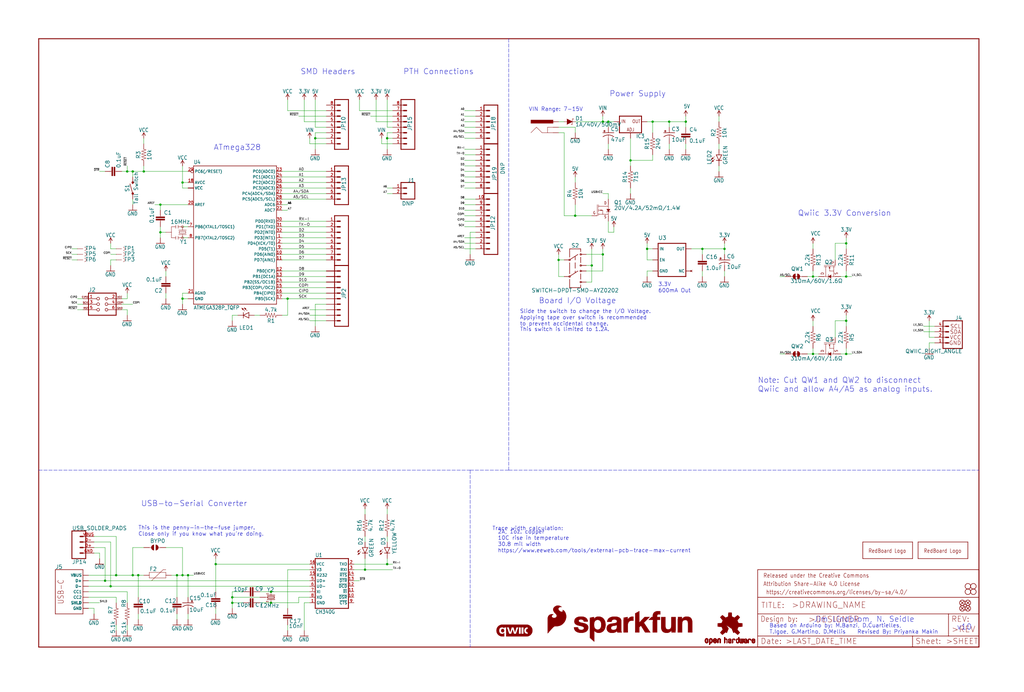
<source format=kicad_sch>
(kicad_sch (version 20211123) (generator eeschema)
  (paper "User" 470.306 317.906)
  (lib_symbols
    (symbol "eagleSchem-eagle-import:0.1UF-0603-25V-(+80{slash}-20%)"
      (property "Reference" "C" (at 1.524 2.921 0))
      (property "Value" "0.1UF-0603-25V-(+80{slash}-20%)" (at 1.524 -2.159 0))
      (symbol "0.1UF-0603-25V-(+80{slash}-20%)_1_0"
        (pin passive line (at 0 5.08 270) (length 2.54) (name "1") (number "1"))
        (pin passive line (at 0 -2.54 90) (length 2.54) (name "2") (number "2"))
      )
    )
    (symbol "eagleSchem-eagle-import:1.0UF-0603-16V-10%"
      (property "Reference" "C" (at 1.524 2.921 0))
      (property "Value" "1.0UF-0603-16V-10%" (at 1.524 -2.159 0))
      (symbol "1.0UF-0603-16V-10%_1_0"
        (pin passive line (at 0 5.08 270) (length 2.54) (name "1") (number "1"))
        (pin passive line (at 0 -2.54 90) (length 2.54) (name "2") (number "2"))
      )
    )
    (symbol "eagleSchem-eagle-import:10KOHM-0603-1{slash}10W-1%"
      (property "Reference" "R" (at 0 1.524 0))
      (property "Value" "10KOHM-0603-1{slash}10W-1%" (at 0 -1.524 0))
      (symbol "10KOHM-0603-1{slash}10W-1%_1_0"
        (pin passive line (at -5.08 0 0) (length 2.54) (name "1") (number "1"))
        (pin passive line (at 5.08 0 180) (length 2.54) (name "2") (number "2"))
      )
    )
    (symbol "eagleSchem-eagle-import:10NF-0603-50V-10%"
      (property "Reference" "C" (at 1.524 2.921 0))
      (property "Value" "10NF-0603-50V-10%" (at 1.524 -2.159 0))
      (symbol "10NF-0603-50V-10%_1_0"
        (pin passive line (at 0 5.08 270) (length 2.54) (name "1") (number "1"))
        (pin passive line (at 0 -2.54 90) (length 2.54) (name "2") (number "2"))
      )
    )
    (symbol "eagleSchem-eagle-import:10PF-0603-50V-5%"
      (property "Reference" "C" (at 1.524 2.921 0))
      (property "Value" "10PF-0603-50V-5%" (at 1.524 -2.159 0))
      (symbol "10PF-0603-50V-5%_1_0"
        (pin passive line (at 0 5.08 270) (length 2.54) (name "1") (number "1"))
        (pin passive line (at 0 -2.54 90) (length 2.54) (name "2") (number "2"))
      )
    )
    (symbol "eagleSchem-eagle-import:10UF-POLAR-EIA3216-16V-10%(TANT)"
      (property "Reference" "C" (at 1.016 0.635 0))
      (property "Value" "10UF-POLAR-EIA3216-16V-10%(TANT)" (at 1.016 -4.191 0))
      (symbol "10UF-POLAR-EIA3216-16V-10%(TANT)_1_0"
        (pin passive line (at 0 2.54 270) (length 2.54) (name "+") (number "+"))
        (pin passive line (at 0 -5.08 90) (length 2.54) (name "-") (number "-"))
      )
    )
    (symbol "eagleSchem-eagle-import:2.2KOHM-0603-1{slash}10W-1%"
      (property "Reference" "R" (at 0 1.524 0))
      (property "Value" "2.2KOHM-0603-1{slash}10W-1%" (at 0 -1.524 0))
      (symbol "2.2KOHM-0603-1{slash}10W-1%_1_0"
        (pin passive line (at -5.08 0 0) (length 2.54) (name "1") (number "1"))
        (pin passive line (at 5.08 0 180) (length 2.54) (name "2") (number "2"))
      )
    )
    (symbol "eagleSchem-eagle-import:240OHM-0603-1{slash}10W-1%"
      (property "Reference" "R" (at 0 1.524 0))
      (property "Value" "240OHM-0603-1{slash}10W-1%" (at 0 -1.524 0))
      (symbol "240OHM-0603-1{slash}10W-1%_1_0"
        (pin passive line (at -5.08 0 0) (length 2.54) (name "1") (number "1"))
        (pin passive line (at 5.08 0 180) (length 2.54) (name "2") (number "2"))
      )
    )
    (symbol "eagleSchem-eagle-import:3.3V" (power)
      (property "Value" "3.3V" (at 0 2.794 0))
      (symbol "3.3V_1_0"
        (pin power_in line (at 0 0 90) (length 2.54) (name "3.3V") (number "1"))
      )
    )
    (symbol "eagleSchem-eagle-import:4.7KOHM-0603-1{slash}10W-1%"
      (property "Reference" "R" (at 0 1.524 0))
      (property "Value" "4.7KOHM-0603-1{slash}10W-1%" (at 0 -1.524 0))
      (symbol "4.7KOHM-0603-1{slash}10W-1%_1_0"
        (pin passive line (at -5.08 0 0) (length 2.54) (name "1") (number "1"))
        (pin passive line (at 5.08 0 180) (length 2.54) (name "2") (number "2"))
      )
    )
    (symbol "eagleSchem-eagle-import:47UF-POLAR-PANASONIC_D-35V-20%"
      (property "Reference" "C" (at 1.016 0.635 0))
      (property "Value" "47UF-POLAR-PANASONIC_D-35V-20%" (at 1.016 -4.191 0))
      (symbol "47UF-POLAR-PANASONIC_D-35V-20%_1_0"
        (pin passive line (at 0 2.54 270) (length 2.54) (name "+") (number "+"))
        (pin passive line (at 0 -5.08 90) (length 2.54) (name "-") (number "-"))
      )
    )
    (symbol "eagleSchem-eagle-import:5.1KOHM5.1KOHM-0603-1{slash}10W-1%"
      (property "Reference" "R" (at 0 1.524 0))
      (property "Value" "5.1KOHM5.1KOHM-0603-1{slash}10W-1%" (at 0 -1.524 0))
      (symbol "5.1KOHM5.1KOHM-0603-1{slash}10W-1%_1_0"
        (pin passive line (at -5.08 0 0) (length 2.54) (name "1") (number "1"))
        (pin passive line (at 5.08 0 180) (length 2.54) (name "2") (number "2"))
      )
    )
    (symbol "eagleSchem-eagle-import:5V" (power)
      (property "Value" "5V" (at 0 2.794 0))
      (symbol "5V_1_0"
        (pin power_in line (at 0 0 90) (length 2.54) (name "5V") (number "1"))
      )
    )
    (symbol "eagleSchem-eagle-import:715OHM-0603-1{slash}10W-1%"
      (property "Reference" "R" (at 0 1.524 0))
      (property "Value" "715OHM-0603-1{slash}10W-1%" (at 0 -1.524 0))
      (symbol "715OHM-0603-1{slash}10W-1%_1_0"
        (pin passive line (at -5.08 0 0) (length 2.54) (name "1") (number "1"))
        (pin passive line (at 5.08 0 180) (length 2.54) (name "2") (number "2"))
      )
    )
    (symbol "eagleSchem-eagle-import:ATMEGA328P_TQFP"
      (property "Reference" "U" (at -20.32 33.782 0))
      (property "Value" "ATMEGA328P_TQFP" (at -20.32 -33.02 0))
      (symbol "ATMEGA328P_TQFP_1_0"
        (pin bidirectional line (at 20.32 0 180) (length 2.54) (name "PD3(INT1)") (number "1"))
        (pin bidirectional line (at 20.32 -7.62 180) (length 2.54) (name "PD6(AIN0)") (number "10"))
        (pin bidirectional line (at 20.32 -10.16 180) (length 2.54) (name "PD7(AIN1)") (number "11"))
        (pin bidirectional line (at 20.32 -15.24 180) (length 2.54) (name "PB0(ICP)") (number "12"))
        (pin bidirectional line (at 20.32 -17.78 180) (length 2.54) (name "PB1(OC1A)") (number "13"))
        (pin bidirectional line (at 20.32 -20.32 180) (length 2.54) (name "PB2(SS/OC1B)") (number "14"))
        (pin bidirectional line (at 20.32 -22.86 180) (length 2.54) (name "PB3(COPI/OC2)") (number "15"))
        (pin bidirectional line (at 20.32 -25.4 180) (length 2.54) (name "PB4(CIPO)") (number "16"))
        (pin bidirectional line (at 20.32 -27.94 180) (length 2.54) (name "PB5(SCK)") (number "17"))
        (pin bidirectional line (at -22.86 25.4 0) (length 2.54) (name "AVCC") (number "18"))
        (pin bidirectional line (at 20.32 15.24 180) (length 2.54) (name "ADC6") (number "19"))
        (pin bidirectional line (at 20.32 -2.54 180) (length 2.54) (name "PD4(XCK/T0)") (number "2"))
        (pin bidirectional line (at -22.86 15.24 0) (length 2.54) (name "AREF") (number "20"))
        (pin bidirectional line (at -22.86 -25.4 0) (length 2.54) (name "AGND") (number "21"))
        (pin bidirectional line (at 20.32 12.7 180) (length 2.54) (name "ADC7") (number "22"))
        (pin bidirectional line (at 20.32 30.48 180) (length 2.54) (name "PC0(ADC0)") (number "23"))
        (pin bidirectional line (at 20.32 27.94 180) (length 2.54) (name "PC1(ADC1)") (number "24"))
        (pin bidirectional line (at 20.32 25.4 180) (length 2.54) (name "PC2(ADC2)") (number "25"))
        (pin bidirectional line (at 20.32 22.86 180) (length 2.54) (name "PC3(ADC3)") (number "26"))
        (pin bidirectional line (at 20.32 20.32 180) (length 2.54) (name "PC4(ADC4/SDA)") (number "27"))
        (pin bidirectional line (at 20.32 17.78 180) (length 2.54) (name "PC5(ADC5/SCL)") (number "28"))
        (pin bidirectional inverted (at -22.86 30.48 0) (length 2.54) (name "PC6(/RESET)") (number "29"))
        (pin bidirectional line (at -22.86 -27.94 0) (length 2.54) (name "GND") (number "3"))
        (pin bidirectional line (at 20.32 7.62 180) (length 2.54) (name "PD0(RXD)") (number "30"))
        (pin bidirectional line (at 20.32 5.08 180) (length 2.54) (name "PD1(TXD)") (number "31"))
        (pin bidirectional line (at 20.32 2.54 180) (length 2.54) (name "PD2(INT0)") (number "32"))
        (pin bidirectional line (at -22.86 22.86 0) (length 2.54) (name "VCC") (number "4"))
        (pin bidirectional line (at -22.86 -27.94 0) (length 2.54) (name "GND") (number "5"))
        (pin bidirectional line (at -22.86 22.86 0) (length 2.54) (name "VCC") (number "6"))
        (pin bidirectional line (at -22.86 5.08 0) (length 2.54) (name "PB6(XTAL1/TOSC1)") (number "7"))
        (pin bidirectional line (at -22.86 0 0) (length 2.54) (name "PB7(XTAL2/TOSC2)") (number "8"))
        (pin bidirectional line (at 20.32 -5.08 180) (length 2.54) (name "PD5(T1)") (number "9"))
      )
    )
    (symbol "eagleSchem-eagle-import:AVR_SPI_PROG_3X2SMD"
      (property "Reference" "J" (at -5.08 5.588 0))
      (property "Value" "AVR_SPI_PROG_3X2SMD" (at -5.08 -7.366 0))
      (symbol "AVR_SPI_PROG_3X2SMD_1_0"
        (text "CIPO" (at -5.207 2.794 0) (effects (font (size 0.8128 0.8128)) (justify right bottom)))
        (text "COPI" (at 8.001 0.254 0) (effects (font (size 0.8128 0.8128)) (justify left bottom)))
        (text "GND" (at 8.001 -2.286 0) (effects (font (size 0.8128 0.8128)) (justify left bottom)))
        (text "RST" (at -5.08 -2.286 0) (effects (font (size 0.8128 0.8128)) (justify right bottom)))
        (text "SCK" (at -5.207 0.254 0) (effects (font (size 0.8128 0.8128)) (justify right bottom)))
        (text "VCC" (at 8.001 2.794 0) (effects (font (size 0.8128 0.8128)) (justify left bottom)))
        (pin passive inverted (at -7.62 2.54 0) (length 7.62) (name "1") (number "1"))
        (pin passive inverted (at 10.16 2.54 180) (length 7.62) (name "2") (number "2"))
        (pin passive inverted (at -7.62 0 0) (length 7.62) (name "3") (number "3"))
        (pin passive inverted (at 10.16 0 180) (length 7.62) (name "4") (number "4"))
        (pin passive inverted (at -7.62 -2.54 0) (length 7.62) (name "5") (number "5"))
        (pin passive inverted (at 10.16 -2.54 180) (length 7.62) (name "6") (number "6"))
      )
    )
    (symbol "eagleSchem-eagle-import:CH340GSMD"
      (property "Reference" "U" (at -7.62 10.795 0))
      (property "Value" "CH340GSMD" (at -7.62 -15.24 0))
      (symbol "CH340GSMD_1_0"
        (pin bidirectional line (at -10.16 -10.16 0) (length 2.54) (name "GND") (number "1"))
        (pin bidirectional line (at 10.16 -7.62 180) (length 2.54) (name "~{DSR}") (number "10"))
        (pin bidirectional line (at 10.16 -5.08 180) (length 2.54) (name "~{RI}") (number "11"))
        (pin bidirectional line (at 10.16 -2.54 180) (length 2.54) (name "~{DCD}") (number "12"))
        (pin bidirectional line (at 10.16 0 180) (length 2.54) (name "~{DTR}") (number "13"))
        (pin bidirectional line (at 10.16 2.54 180) (length 2.54) (name "~{RTS}") (number "14"))
        (pin bidirectional line (at -10.16 2.54 0) (length 2.54) (name "R232") (number "15"))
        (pin bidirectional line (at -10.16 7.62 0) (length 2.54) (name "VCC") (number "16"))
        (pin bidirectional line (at 10.16 7.62 180) (length 2.54) (name "TXO") (number "2"))
        (pin bidirectional line (at 10.16 5.08 180) (length 2.54) (name "RXI") (number "3"))
        (pin bidirectional line (at -10.16 5.08 0) (length 2.54) (name "V3") (number "4"))
        (pin bidirectional line (at -10.16 0 0) (length 2.54) (name "UD+") (number "5"))
        (pin bidirectional line (at -10.16 -2.54 0) (length 2.54) (name "UD-") (number "6"))
        (pin bidirectional line (at -10.16 -5.08 0) (length 2.54) (name "XI") (number "7"))
        (pin bidirectional line (at -10.16 -7.62 0) (length 2.54) (name "XO") (number "8"))
        (pin bidirectional line (at 10.16 -10.16 180) (length 2.54) (name "~{CTS}") (number "9"))
      )
    )
    (symbol "eagleSchem-eagle-import:CONN_021X02_NO_SILK"
      (property "Reference" "J" (at -2.54 5.588 0))
      (property "Value" "CONN_021X02_NO_SILK" (at -2.54 -4.826 0))
      (symbol "CONN_021X02_NO_SILK_1_0"
        (pin passive line (at 7.62 0 180) (length 5.08) (name "1") (number "1"))
        (pin passive line (at 7.62 2.54 180) (length 5.08) (name "2") (number "2"))
      )
    )
    (symbol "eagleSchem-eagle-import:CONN_06NO_SILK_NO_POP"
      (property "Reference" "J" (at -5.08 10.668 0))
      (property "Value" "CONN_06NO_SILK_NO_POP" (at -5.08 -9.906 0))
      (symbol "CONN_06NO_SILK_NO_POP_1_0"
        (pin passive line (at 5.08 -5.08 180) (length 5.08) (name "1") (number "1"))
        (pin passive line (at 5.08 -2.54 180) (length 5.08) (name "2") (number "2"))
        (pin passive line (at 5.08 0 180) (length 5.08) (name "3") (number "3"))
        (pin passive line (at 5.08 2.54 180) (length 5.08) (name "4") (number "4"))
        (pin passive line (at 5.08 5.08 180) (length 5.08) (name "5") (number "5"))
        (pin passive line (at 5.08 7.62 180) (length 5.08) (name "6") (number "6"))
      )
    )
    (symbol "eagleSchem-eagle-import:CONN_06SMD-STRAIGHT-COMBO-FEMALE"
      (property "Reference" "J" (at -5.08 10.668 0))
      (property "Value" "CONN_06SMD-STRAIGHT-COMBO-FEMALE" (at -5.08 -9.906 0))
      (symbol "CONN_06SMD-STRAIGHT-COMBO-FEMALE_1_0"
        (pin passive line (at 5.08 -5.08 180) (length 5.08) (name "1") (number "1"))
        (pin passive line (at 5.08 -2.54 180) (length 5.08) (name "2") (number "2"))
        (pin passive line (at 5.08 0 180) (length 5.08) (name "3") (number "3"))
        (pin passive line (at 5.08 2.54 180) (length 5.08) (name "4") (number "4"))
        (pin passive line (at 5.08 5.08 180) (length 5.08) (name "5") (number "5"))
        (pin passive line (at 5.08 7.62 180) (length 5.08) (name "6") (number "6"))
      )
    )
    (symbol "eagleSchem-eagle-import:CONN_08NO_SILK_DNP"
      (property "Reference" "J" (at -5.08 13.208 0))
      (property "Value" "CONN_08NO_SILK_DNP" (at -5.08 -12.446 0))
      (symbol "CONN_08NO_SILK_DNP_1_0"
        (pin passive line (at 5.08 -7.62 180) (length 5.08) (name "1") (number "1"))
        (pin passive line (at 5.08 -5.08 180) (length 5.08) (name "2") (number "2"))
        (pin passive line (at 5.08 -2.54 180) (length 5.08) (name "3") (number "3"))
        (pin passive line (at 5.08 0 180) (length 5.08) (name "4") (number "4"))
        (pin passive line (at 5.08 2.54 180) (length 5.08) (name "5") (number "5"))
        (pin passive line (at 5.08 5.08 180) (length 5.08) (name "6") (number "6"))
        (pin passive line (at 5.08 7.62 180) (length 5.08) (name "7") (number "7"))
        (pin passive line (at 5.08 10.16 180) (length 5.08) (name "8") (number "8"))
      )
    )
    (symbol "eagleSchem-eagle-import:CONN_08SMD-COMBO-FEMALE"
      (property "Reference" "J" (at -5.08 13.208 0))
      (property "Value" "CONN_08SMD-COMBO-FEMALE" (at -5.08 -12.446 0))
      (symbol "CONN_08SMD-COMBO-FEMALE_1_0"
        (pin passive line (at 5.08 -7.62 180) (length 5.08) (name "1") (number "1"))
        (pin passive line (at 5.08 -5.08 180) (length 5.08) (name "2") (number "2"))
        (pin passive line (at 5.08 -2.54 180) (length 5.08) (name "3") (number "3"))
        (pin passive line (at 5.08 0 180) (length 5.08) (name "4") (number "4"))
        (pin passive line (at 5.08 2.54 180) (length 5.08) (name "5") (number "5"))
        (pin passive line (at 5.08 5.08 180) (length 5.08) (name "6") (number "6"))
        (pin passive line (at 5.08 7.62 180) (length 5.08) (name "7") (number "7"))
        (pin passive line (at 5.08 10.16 180) (length 5.08) (name "8") (number "8"))
      )
    )
    (symbol "eagleSchem-eagle-import:CONN_10NO_SILK_PTH_FEMALE"
      (property "Reference" "J" (at 0 8.128 0))
      (property "Value" "CONN_10NO_SILK_PTH_FEMALE" (at 0 -22.606 0))
      (symbol "CONN_10NO_SILK_PTH_FEMALE_1_0"
        (pin passive line (at 10.16 -17.78 180) (length 5.08) (name "1") (number "1"))
        (pin passive line (at 10.16 5.08 180) (length 5.08) (name "10") (number "10"))
        (pin passive line (at 10.16 -15.24 180) (length 5.08) (name "2") (number "2"))
        (pin passive line (at 10.16 -12.7 180) (length 5.08) (name "3") (number "3"))
        (pin passive line (at 10.16 -10.16 180) (length 5.08) (name "4") (number "4"))
        (pin passive line (at 10.16 -7.62 180) (length 5.08) (name "5") (number "5"))
        (pin passive line (at 10.16 -5.08 180) (length 5.08) (name "6") (number "6"))
        (pin passive line (at 10.16 -2.54 180) (length 5.08) (name "7") (number "7"))
        (pin passive line (at 10.16 0 180) (length 5.08) (name "8") (number "8"))
        (pin passive line (at 10.16 2.54 180) (length 5.08) (name "9") (number "9"))
      )
    )
    (symbol "eagleSchem-eagle-import:CONN_10SMD_COMBO-FEMALE"
      (property "Reference" "J" (at 0 8.128 0))
      (property "Value" "CONN_10SMD_COMBO-FEMALE" (at 0 -22.606 0))
      (symbol "CONN_10SMD_COMBO-FEMALE_1_0"
        (pin passive line (at 10.16 5.08 180) (length 5.08) (name "10") (number "10A"))
        (pin passive line (at 10.16 5.08 180) (length 5.08) (name "10") (number "10B"))
        (pin passive line (at 10.16 -17.78 180) (length 5.08) (name "1") (number "1A"))
        (pin passive line (at 10.16 -17.78 180) (length 5.08) (name "1") (number "1B"))
        (pin passive line (at 10.16 -15.24 180) (length 5.08) (name "2") (number "2A"))
        (pin passive line (at 10.16 -15.24 180) (length 5.08) (name "2") (number "2B"))
        (pin passive line (at 10.16 -12.7 180) (length 5.08) (name "3") (number "3A"))
        (pin passive line (at 10.16 -12.7 180) (length 5.08) (name "3") (number "3B"))
        (pin passive line (at 10.16 -10.16 180) (length 5.08) (name "4") (number "4A"))
        (pin passive line (at 10.16 -10.16 180) (length 5.08) (name "4") (number "4B"))
        (pin passive line (at 10.16 -7.62 180) (length 5.08) (name "5") (number "5A"))
        (pin passive line (at 10.16 -7.62 180) (length 5.08) (name "5") (number "5B"))
        (pin passive line (at 10.16 -5.08 180) (length 5.08) (name "6") (number "6A"))
        (pin passive line (at 10.16 -5.08 180) (length 5.08) (name "6") (number "6B"))
        (pin passive line (at 10.16 -2.54 180) (length 5.08) (name "7") (number "7A"))
        (pin passive line (at 10.16 -2.54 180) (length 5.08) (name "7") (number "7B"))
        (pin passive line (at 10.16 0 180) (length 5.08) (name "8") (number "8A"))
        (pin passive line (at 10.16 0 180) (length 5.08) (name "8") (number "8B"))
        (pin passive line (at 10.16 2.54 180) (length 5.08) (name "9") (number "9A"))
        (pin passive line (at 10.16 2.54 180) (length 5.08) (name "9") (number "9B"))
      )
    )
    (symbol "eagleSchem-eagle-import:CRYSTAL-GROUNDEDSMD-3.2X2.5"
      (property "Reference" "Y" (at -1.27 -1.524 0))
      (property "Value" "CRYSTAL-GROUNDEDSMD-3.2X2.5" (at 1.524 -1.524 0))
      (symbol "CRYSTAL-GROUNDEDSMD-3.2X2.5_1_0"
        (text "1" (at -2.159 -1.143 0) (effects (font (size 0.8636 0.734)) (justify left bottom)))
        (text "2" (at 1.524 -1.143 0) (effects (font (size 0.8636 0.734)) (justify left bottom)))
        (pin passive line (at -2.54 0 0) (length 0) (name "1") (number "1"))
        (pin power_in line (at 0 -5.08 90) (length 2.54) (name "GND") (number "2"))
        (pin passive line (at 2.54 0 180) (length 0) (name "2") (number "3"))
        (pin power_in line (at 0 -5.08 90) (length 2.54) (name "GND") (number "4"))
      )
    )
    (symbol "eagleSchem-eagle-import:DIODE-SCHOTTKY-SS14"
      (property "Reference" "D" (at -2.54 2.032 0))
      (property "Value" "DIODE-SCHOTTKY-SS14" (at -2.54 -2.032 0))
      (symbol "DIODE-SCHOTTKY-SS14_1_0"
        (pin passive line (at -2.54 0 0) (length 0) (name "A") (number "A"))
        (pin passive line (at 2.54 0 180) (length 0) (name "C") (number "C"))
      )
    )
    (symbol "eagleSchem-eagle-import:FIDUCIAL1X2")
    (symbol "eagleSchem-eagle-import:FRAME-LEDGER"
      (symbol "FRAME-LEDGER_2_0"
        (text " https://creativecommons.org/licenses/by-sa/4.0/" (at 2.54 24.13 0) (effects (font (size 1.9304 1.6408)) (justify left bottom)))
        (text ">DESIGNER" (at 23.114 11.176 0) (effects (font (size 2.7432 2.7432)) (justify left bottom)))
        (text ">DRAWING_NAME" (at 15.494 17.78 0) (effects (font (size 2.7432 2.7432)) (justify left bottom)))
        (text ">LAST_DATE_TIME" (at 12.7 1.27 0) (effects (font (size 2.54 2.54)) (justify left bottom)))
        (text ">REV" (at 88.9 6.604 0) (effects (font (size 2.7432 2.7432)) (justify left bottom)))
        (text ">SHEET" (at 86.36 1.27 0) (effects (font (size 2.54 2.54)) (justify left bottom)))
        (text "Attribution Share-Alike 4.0 License" (at 2.54 27.94 0) (effects (font (size 1.9304 1.6408)) (justify left bottom)))
        (text "Date:" (at 1.27 1.27 0) (effects (font (size 2.54 2.54)) (justify left bottom)))
        (text "Design by:" (at 1.27 11.43 0) (effects (font (size 2.54 2.159)) (justify left bottom)))
        (text "Released under the Creative Commons" (at 2.54 31.75 0) (effects (font (size 1.9304 1.6408)) (justify left bottom)))
        (text "REV:" (at 88.9 11.43 0) (effects (font (size 2.54 2.54)) (justify left bottom)))
        (text "Sheet:" (at 72.39 1.27 0) (effects (font (size 2.54 2.54)) (justify left bottom)))
        (text "TITLE:" (at 1.524 17.78 0) (effects (font (size 2.54 2.54)) (justify left bottom)))
      )
    )
    (symbol "eagleSchem-eagle-import:GND" (power)
      (property "Value" "GND" (at 0 -0.254 0))
      (symbol "GND_1_0"
        (pin power_in line (at 0 2.54 270) (length 2.54) (name "GND") (number "1"))
      )
    )
    (symbol "eagleSchem-eagle-import:JUMPER-SMT_2_NC_TRACE_SILK"
      (property "Reference" "JP" (at -2.54 2.54 0))
      (property "Value" "JUMPER-SMT_2_NC_TRACE_SILK" (at -2.54 -2.54 0))
      (symbol "JUMPER-SMT_2_NC_TRACE_SILK_1_0"
        (pin passive line (at -5.08 0 0) (length 2.54) (name "1") (number "1"))
        (pin passive line (at 5.08 0 180) (length 2.54) (name "2") (number "2"))
      )
    )
    (symbol "eagleSchem-eagle-import:JUMPER-SMT_2_NO_SILK"
      (property "Reference" "JP" (at -2.54 2.54 0))
      (property "Value" "JUMPER-SMT_2_NO_SILK" (at -2.54 -2.54 0))
      (symbol "JUMPER-SMT_2_NO_SILK_1_0"
        (pin passive line (at -5.08 0 0) (length 2.54) (name "1") (number "1"))
        (pin passive line (at 5.08 0 180) (length 2.54) (name "2") (number "2"))
      )
    )
    (symbol "eagleSchem-eagle-import:LED-BLUE_HIDDENSILK"
      (property "Reference" "D" (at -3.429 -4.572 90))
      (property "Value" "LED-BLUE_HIDDENSILK" (at 1.905 -4.572 90))
      (symbol "LED-BLUE_HIDDENSILK_1_0"
        (pin passive line (at 0 2.54 270) (length 2.54) (name "A") (number "A"))
        (pin passive line (at 0 -5.08 90) (length 2.54) (name "C") (number "C"))
      )
    )
    (symbol "eagleSchem-eagle-import:LED-GREENLILYPAD"
      (property "Reference" "D" (at -3.429 -4.572 90))
      (property "Value" "LED-GREENLILYPAD" (at 1.905 -4.572 90))
      (symbol "LED-GREENLILYPAD_1_0"
        (pin passive line (at 0 2.54 270) (length 2.54) (name "A") (number "A"))
        (pin passive line (at 0 -5.08 90) (length 2.54) (name "C") (number "C"))
      )
    )
    (symbol "eagleSchem-eagle-import:LED-YELLOW_HIDDENSILK"
      (property "Reference" "D" (at -3.429 -4.572 90))
      (property "Value" "LED-YELLOW_HIDDENSILK" (at 1.905 -4.572 90))
      (symbol "LED-YELLOW_HIDDENSILK_1_0"
        (pin passive line (at 0 2.54 270) (length 2.54) (name "A") (number "A"))
        (pin passive line (at 0 -5.08 90) (length 2.54) (name "C") (number "C"))
      )
    )
    (symbol "eagleSchem-eagle-import:MOMENTARY-SWITCH-SPST-SMD-5.2-TALL-REDUNDANT"
      (property "Reference" "S" (at 0 1.524 0))
      (property "Value" "MOMENTARY-SWITCH-SPST-SMD-5.2-TALL-REDUNDANT" (at 0 -0.508 0))
      (symbol "MOMENTARY-SWITCH-SPST-SMD-5.2-TALL-REDUNDANT_1_0"
        (pin passive line (at -5.08 0 0) (length 2.54) (name "1") (number "1"))
        (pin passive line (at -5.08 0 0) (length 2.54) (name "1") (number "2"))
        (pin passive line (at 5.08 0 180) (length 2.54) (name "2") (number "3"))
        (pin passive line (at 5.08 0 180) (length 2.54) (name "2") (number "4"))
      )
    )
    (symbol "eagleSchem-eagle-import:MOSFET-NCH-2N7002PW"
      (property "Reference" "Q" (at 5.08 0 0))
      (property "Value" "MOSFET-NCH-2N7002PW" (at 5.08 -2.54 0))
      (symbol "MOSFET-NCH-2N7002PW_1_0"
        (text "D" (at 0.508 2.54 0) (effects (font (size 1.27 1.0795)) (justify left bottom)))
        (text "G" (at -3.302 -0.508 0) (effects (font (size 1.27 1.0795)) (justify right top)))
        (text "S" (at 0.508 -3.81 0) (effects (font (size 1.27 1.0795)) (justify left bottom)))
        (pin bidirectional line (at -5.08 -2.54 0) (length 2.54) (name "G") (number "1"))
        (pin bidirectional line (at 2.54 -5.08 90) (length 2.54) (name "S") (number "2"))
        (pin bidirectional line (at 2.54 5.08 270) (length 2.54) (name "D") (number "3"))
      )
    )
    (symbol "eagleSchem-eagle-import:MOSFET_PCH-DMG2305UX-7"
      (property "Reference" "Q" (at 5.08 0 0))
      (property "Value" "MOSFET_PCH-DMG2305UX-7" (at 5.08 -2.54 0))
      (symbol "MOSFET_PCH-DMG2305UX-7_1_0"
        (text "D" (at 0.508 2.54 0) (effects (font (size 1.27 1.0795)) (justify left bottom)))
        (text "G" (at -3.302 -0.508 0) (effects (font (size 1.27 1.0795)) (justify right top)))
        (text "S" (at 0.508 -3.81 0) (effects (font (size 1.27 1.0795)) (justify left bottom)))
        (pin bidirectional line (at -5.08 -2.54 0) (length 2.54) (name "G") (number "1"))
        (pin bidirectional line (at 2.54 -5.08 90) (length 2.54) (name "S") (number "2"))
        (pin bidirectional line (at 2.54 5.08 270) (length 2.54) (name "D") (number "3"))
      )
    )
    (symbol "eagleSchem-eagle-import:OSHW-LOGOS")
    (symbol "eagleSchem-eagle-import:POWER_JACKSMD"
      (property "Reference" "J" (at -10.16 0 0))
      (property "Value" "POWER_JACKSMD" (at -10.16 10.16 0))
      (symbol "POWER_JACKSMD_1_0"
        (pin bidirectional line (at 2.54 5.08 180) (length 2.54) (name "GNDBREAK") (number "GND"))
        (pin bidirectional line (at 2.54 2.54 180) (length 2.54) (name "GND") (number "P$4"))
        (pin bidirectional line (at 2.54 7.62 180) (length 2.54) (name "PWR") (number "VIN0"))
      )
    )
    (symbol "eagleSchem-eagle-import:PPTC_6V2A"
      (property "Reference" "F" (at 1.905 3.175 0))
      (property "Value" "PPTC_6V2A" (at 1.27 -2.794 0))
      (symbol "PPTC_6V2A_1_0"
        (pin bidirectional line (at -5.08 0 0) (length 2.54) (name "1") (number "1"))
        (pin bidirectional line (at 7.62 0 180) (length 2.54) (name "2") (number "2"))
      )
    )
    (symbol "eagleSchem-eagle-import:QWIIC_CONNECTORJS-1MM"
      (property "Reference" "J" (at -5.08 7.874 0))
      (property "Value" "QWIIC_CONNECTORJS-1MM" (at -5.08 -5.334 0))
      (symbol "QWIIC_CONNECTORJS-1MM_1_0"
        (text "GND" (at -4.572 -2.54 0) (effects (font (size 1.778 1.778)) (justify left)))
        (text "SCL" (at -4.572 5.08 0) (effects (font (size 1.778 1.778)) (justify left)))
        (text "SDA" (at -4.572 2.54 0) (effects (font (size 1.778 1.778)) (justify left)))
        (text "VCC" (at -4.572 0 0) (effects (font (size 1.778 1.778)) (justify left)))
        (pin power_in line (at 7.62 -2.54 180) (length 5.08) (name "1") (number "1"))
        (pin power_in line (at 7.62 0 180) (length 5.08) (name "2") (number "2"))
        (pin passive line (at 7.62 2.54 180) (length 5.08) (name "3") (number "3"))
        (pin passive line (at 7.62 5.08 180) (length 5.08) (name "4") (number "4"))
      )
    )
    (symbol "eagleSchem-eagle-import:QWIIC_LOGO_5MM")
    (symbol "eagleSchem-eagle-import:REDBOARD_LOGO"
      (symbol "REDBOARD_LOGO_1_0"
        (text "RedBoard Logo" (at 2.54 2.54 0) (effects (font (size 1.778 1.5113)) (justify left bottom)))
      )
    )
    (symbol "eagleSchem-eagle-import:RESONATOR-16MHZSMD_3.2X1.3"
      (property "Reference" "Y" (at -3.302 -2.54 0))
      (property "Value" "RESONATOR-16MHZSMD_3.2X1.3" (at 0 2.032 0))
      (symbol "RESONATOR-16MHZSMD_3.2X1.3_1_0"
        (pin passive line (at -2.54 0 0) (length 0) (name "1") (number "1"))
        (pin passive line (at 0 -7.62 90) (length 0) (name "2") (number "2"))
        (pin passive line (at 2.54 0 180) (length 0) (name "3") (number "3"))
      )
    )
    (symbol "eagleSchem-eagle-import:SFE_LOGO_FLAME.1_INCH")
    (symbol "eagleSchem-eagle-import:SFE_LOGO_NAME.1_INCH")
    (symbol "eagleSchem-eagle-import:STAND-OFFTIGHT")
    (symbol "eagleSchem-eagle-import:SWITCH-DPDT-SMD-AYZ0202"
      (property "Reference" "S" (at 0 7.874 0))
      (property "Value" "SWITCH-DPDT-SMD-AYZ0202" (at 0 -10.414 0))
      (symbol "SWITCH-DPDT-SMD-AYZ0202_1_0"
        (pin bidirectional line (at 5.08 0 180) (length 2.54) (name "1") (number "1"))
        (pin bidirectional line (at -5.08 2.54 0) (length 2.54) (name "2") (number "2"))
        (pin bidirectional line (at 5.08 5.08 180) (length 2.54) (name "3") (number "3"))
        (pin bidirectional line (at 5.08 -7.62 180) (length 2.54) (name "4") (number "4"))
        (pin bidirectional line (at -5.08 -5.08 0) (length 2.54) (name "5") (number "5"))
        (pin bidirectional line (at 5.08 -2.54 180) (length 2.54) (name "6") (number "6"))
      )
    )
    (symbol "eagleSchem-eagle-import:TEST-POINT3X5"
      (property "Reference" "TP" (at -2.54 2.54 0))
      (property "Value" "TEST-POINT3X5" (at -2.54 -2.54 0))
      (symbol "TEST-POINT3X5_1_0"
        (pin bidirectional line (at 0 0 180) (length 0) (name "1") (number "P$1"))
      )
    )
    (symbol "eagleSchem-eagle-import:USB_C_2-LAYER_PADS"
      (property "Reference" "J" (at -2.54 10.414 0))
      (property "Value" "USB_C_2-LAYER_PADS" (at -2.54 -12.446 0))
      (symbol "USB_C_2-LAYER_PADS_1_0"
        (text "USB-C" (at 0 0 900) (effects (font (size 2.54 2.159))))
        (pin bidirectional line (at 12.7 0 180) (length 2.54) (name "CC1") (number "A5"))
        (pin bidirectional line (at 12.7 5.08 180) (length 2.54) (name "D+") (number "A6"))
        (pin bidirectional line (at 12.7 2.54 180) (length 2.54) (name "D-") (number "A7"))
        (pin bidirectional line (at 12.7 -2.54 180) (length 2.54) (name "CC2") (number "B5"))
        (pin bidirectional line (at 12.7 5.08 180) (length 2.54) (name "D+") (number "B6"))
        (pin bidirectional line (at 12.7 2.54 180) (length 2.54) (name "D-") (number "B7"))
        (pin bidirectional line (at 12.7 -7.62 180) (length 2.54) (name "GND") (number "GND"))
        (pin bidirectional line (at 12.7 -7.62 180) (length 2.54) (name "GND") (number "GND2"))
        (pin bidirectional line (at 12.7 -5.08 180) (length 2.54) (name "SHLD") (number "SHLD1"))
        (pin bidirectional line (at 12.7 -5.08 180) (length 2.54) (name "SHLD") (number "SHLD2"))
        (pin bidirectional line (at 12.7 -5.08 180) (length 2.54) (name "SHLD") (number "SHLD3"))
        (pin bidirectional line (at 12.7 -5.08 180) (length 2.54) (name "SHLD") (number "SHLD4"))
        (pin bidirectional line (at 12.7 7.62 180) (length 2.54) (name "VBUS") (number "VBUS1"))
        (pin bidirectional line (at 12.7 7.62 180) (length 2.54) (name "VBUS") (number "VBUS2"))
      )
    )
    (symbol "eagleSchem-eagle-import:USB_SOLDER_PADS"
      (property "Reference" "JP" (at -5.08 8.128 0))
      (property "Value" "USB_SOLDER_PADS" (at -5.08 -7.366 0))
      (symbol "USB_SOLDER_PADS_1_0"
        (pin passive line (at 5.08 2.54 180) (length 5.08) (name "3") (number "D+"))
        (pin passive line (at 5.08 0 180) (length 5.08) (name "2") (number "D-"))
        (pin passive line (at 5.08 5.08 180) (length 5.08) (name "4") (number "GND"))
        (pin passive line (at 5.08 -2.54 180) (length 5.08) (name "1") (number "VBUS"))
      )
    )
    (symbol "eagleSchem-eagle-import:VCC" (power)
      (property "Value" "VCC" (at 0 2.794 0))
      (symbol "VCC_1_0"
        (pin power_in line (at 0 0 90) (length 2.54) (name "VCC") (number "1"))
      )
    )
    (symbol "eagleSchem-eagle-import:VIN" (power)
      (property "Value" "VIN" (at 0 2.794 0))
      (symbol "VIN_1_0"
        (pin power_in line (at 0 0 90) (length 2.54) (name "VIN") (number "1"))
      )
    )
    (symbol "eagleSchem-eagle-import:V_REG_AP2112K-3.3V"
      (property "Reference" "U" (at -7.62 7.874 0))
      (property "Value" "V_REG_AP2112K-3.3V" (at -7.62 -7.874 0))
      (symbol "V_REG_AP2112K-3.3V_1_0"
        (pin input line (at -10.16 5.08 0) (length 2.54) (name "IN") (number "1"))
        (pin input line (at -10.16 -5.08 0) (length 2.54) (name "GND") (number "2"))
        (pin input line (at -10.16 0 0) (length 2.54) (name "EN") (number "3"))
        (pin no_connect line (at 7.62 -5.08 180) (length 2.54) (name "NC") (number "4"))
        (pin passive line (at 7.62 5.08 180) (length 2.54) (name "OUT") (number "5"))
      )
    )
    (symbol "eagleSchem-eagle-import:V_REG_LM1117SOT223"
      (property "Reference" "U" (at 2.54 -7.62 0))
      (property "Value" "V_REG_LM1117SOT223" (at 2.54 -10.16 0))
      (symbol "V_REG_LM1117SOT223_1_0"
        (text "ADJ" (at -1.778 -4.572 0) (effects (font (size 1.524 1.2954)) (justify left bottom)))
        (text "IN" (at -4.318 -0.762 0) (effects (font (size 1.524 1.2954)) (justify left bottom)))
        (text "OUT" (at 0.762 -0.762 0) (effects (font (size 1.524 1.2954)) (justify left bottom)))
        (pin input line (at 0 -7.62 90) (length 2.54) (name "ADJ") (number "1"))
        (pin output line (at 7.62 0 180) (length 2.54) (name "OUT") (number "2"))
        (pin input line (at -7.62 0 0) (length 2.54) (name "IN") (number "3"))
        (pin output line (at 7.62 0 180) (length 2.54) (name "OUT") (number "4"))
      )
    )
  )
  (junction (at 177.8 63.5))
  (junction (at 60.96 78.74))
  (junction (at 73.66 106.68))
  (junction (at 99.06 259.08))
  (junction (at 50.8 269.24))
  (junction (at 81.28 264.16))
  (junction (at 256.54 119.38))
  (junction (at 106.68 274.32))
  (junction (at 297.18 114.3))
  (junction (at 332.74 114.3))
  (junction (at 106.68 276.86))
  (junction (at 83.82 137.16))
  (junction (at 66.04 78.74))
  (junction (at 388.62 147.32))
  (junction (at 58.42 78.74))
  (junction (at 264.16 99.06))
  (junction (at 73.66 93.98))
  (junction (at 373.38 162.56))
  (junction (at 124.46 271.78))
  (junction (at 124.46 276.86))
  (junction (at 388.62 111.76))
  (junction (at 86.36 264.16))
  (junction (at 144.78 63.5))
  (junction (at 276.86 116.84))
  (junction (at 177.8 259.08))
  (junction (at 63.5 264.16))
  (junction (at 60.96 264.16))
  (junction (at 271.78 121.92))
  (junction (at 322.58 114.3))
  (junction (at 48.26 266.7))
  (junction (at 388.62 127))
  (junction (at 388.62 162.56))
  (junction (at 307.34 55.88))
  (junction (at 314.96 55.88))
  (junction (at 289.56 73.66))
  (junction (at 276.86 55.88))
  (junction (at 373.38 127))
  (junction (at 132.08 137.16))
  (junction (at 279.4 55.88))
  (junction (at 299.72 55.88))
  (junction (at 83.82 264.16))
  (junction (at 167.64 261.62))
  (junction (at 83.82 83.82))
  (junction (at 53.34 264.16))
  (wire (pts (xy 132.08 289.56) (xy 132.08 287.02)))
  (wire (pts (xy 66.04 251.46) (xy 60.96 251.46)))
  (wire (pts (xy 48.26 78.74) (xy 45.72 78.74)))
  (wire (pts (xy 83.82 137.16) (xy 83.82 139.7)))
  (wire (pts (xy 58.42 137.16) (xy 58.42 134.62)))
  (wire (pts (xy 271.78 99.06) (xy 264.16 99.06)))
  (wire (pts (xy 297.18 55.88) (xy 299.72 55.88)))
  (wire (pts (xy 360.68 127) (xy 358.14 127)))
  (wire (pts (xy 43.18 279.4) (xy 43.18 281.94)))
  (wire (pts (xy 299.72 119.38) (xy 297.18 119.38)))
  (wire (pts (xy 426.72 157.48) (xy 426.72 160.02)))
  (wire (pts (xy 144.78 68.58) (xy 144.78 63.5)))
  (wire (pts (xy 55.88 139.7) (xy 60.96 139.7)))
  (wire (pts (xy 256.54 55.88) (xy 259.08 55.88)))
  (wire (pts (xy 299.72 124.46) (xy 297.18 124.46)))
  (wire (pts (xy 215.9 106.68) (xy 215.9 116.84)))
  (wire (pts (xy 149.86 63.5) (xy 144.78 63.5)))
  (wire (pts (xy 76.2 251.46) (xy 83.82 251.46)))
  (wire (pts (xy 299.72 55.88) (xy 307.34 55.88)))
  (wire (pts (xy 307.34 55.88) (xy 314.96 55.88)))
  (wire (pts (xy 218.44 53.34) (xy 213.36 53.34)))
  (wire (pts (xy 429.26 157.48) (xy 426.72 157.48)))
  (wire (pts (xy 38.1 139.7) (xy 35.56 139.7)))
  (wire (pts (xy 167.64 261.62) (xy 180.34 261.62)))
  (wire (pts (xy 53.34 116.84) (xy 50.8 116.84)))
  (wire (pts (xy 218.44 76.2) (xy 213.36 76.2)))
  (wire (pts (xy 149.86 88.9) (xy 129.54 88.9)))
  (wire (pts (xy 142.24 259.08) (xy 99.06 259.08)))
  (wire (pts (xy 218.44 83.82) (xy 213.36 83.82)))
  (wire (pts (xy 388.62 127) (xy 391.16 127)))
  (wire (pts (xy 167.64 261.62) (xy 167.64 256.54)))
  (wire (pts (xy 429.26 149.86) (xy 424.18 149.86)))
  (wire (pts (xy 218.44 101.6) (xy 213.36 101.6)))
  (wire (pts (xy 149.86 53.34) (xy 137.16 53.34)))
  (wire (pts (xy 297.18 119.38) (xy 297.18 114.3)))
  (wire (pts (xy 53.34 114.3) (xy 50.8 114.3)))
  (wire (pts (xy 35.56 116.84) (xy 33.02 116.84)))
  (wire (pts (xy 86.36 134.62) (xy 83.82 134.62)))
  (wire (pts (xy 218.44 71.12) (xy 213.36 71.12)))
  (wire (pts (xy 332.74 114.3) (xy 332.74 116.84)))
  (wire (pts (xy 332.74 127) (xy 332.74 124.46)))
  (wire (pts (xy 86.36 274.32) (xy 86.36 264.16)))
  (wire (pts (xy 109.22 144.78) (xy 106.68 144.78)))
  (wire (pts (xy 76.2 124.46) (xy 76.2 127)))
  (wire (pts (xy 149.86 137.16) (xy 132.08 137.16)))
  (wire (pts (xy 175.26 66.04) (xy 180.34 66.04)))
  (wire (pts (xy 73.66 93.98) (xy 71.12 93.98)))
  (wire (pts (xy 60.96 81.28) (xy 60.96 78.74)))
  (wire (pts (xy 149.86 134.62) (xy 129.54 134.62)))
  (wire (pts (xy 73.66 109.22) (xy 73.66 106.68)))
  (wire (pts (xy 177.8 60.96) (xy 177.8 63.5)))
  (polyline (pts (xy 233.68 17.78) (xy 233.68 215.9)))
  (wire (pts (xy 218.44 60.96) (xy 213.36 60.96)))
  (wire (pts (xy 330.2 53.34) (xy 330.2 55.88)))
  (wire (pts (xy 35.56 119.38) (xy 33.02 119.38)))
  (wire (pts (xy 129.54 96.52) (xy 132.08 96.52)))
  (wire (pts (xy 86.36 83.82) (xy 83.82 83.82)))
  (wire (pts (xy 40.64 264.16) (xy 53.34 264.16)))
  (wire (pts (xy 63.5 274.32) (xy 63.5 264.16)))
  (wire (pts (xy 307.34 55.88) (xy 307.34 58.42)))
  (wire (pts (xy 86.36 109.22) (xy 83.82 109.22)))
  (wire (pts (xy 383.54 111.76) (xy 383.54 119.38)))
  (wire (pts (xy 167.64 233.68) (xy 167.64 236.22)))
  (wire (pts (xy 83.82 83.82) (xy 83.82 76.2)))
  (wire (pts (xy 48.26 251.46) (xy 48.26 266.7)))
  (wire (pts (xy 142.24 271.78) (xy 124.46 271.78)))
  (wire (pts (xy 256.54 119.38) (xy 256.54 127)))
  (wire (pts (xy 299.72 73.66) (xy 289.56 73.66)))
  (wire (pts (xy 142.24 66.04) (xy 142.24 63.5)))
  (wire (pts (xy 177.8 246.38) (xy 177.8 248.92)))
  (wire (pts (xy 373.38 149.86) (xy 373.38 147.32)))
  (wire (pts (xy 256.54 119.38) (xy 256.54 116.84)))
  (wire (pts (xy 86.36 104.14) (xy 83.82 104.14)))
  (wire (pts (xy 43.18 246.38) (xy 53.34 246.38)))
  (wire (pts (xy 149.86 55.88) (xy 139.7 55.88)))
  (wire (pts (xy 149.86 101.6) (xy 129.54 101.6)))
  (wire (pts (xy 55.88 142.24) (xy 58.42 142.24)))
  (wire (pts (xy 279.4 58.42) (xy 279.4 55.88)))
  (wire (pts (xy 388.62 162.56) (xy 391.16 162.56)))
  (wire (pts (xy 132.08 144.78) (xy 132.08 137.16)))
  (polyline (pts (xy 215.9 215.9) (xy 215.9 297.18)))
  (wire (pts (xy 297.18 111.76) (xy 297.18 114.3)))
  (wire (pts (xy 180.34 53.34) (xy 170.18 53.34)))
  (wire (pts (xy 332.74 111.76) (xy 332.74 114.3)))
  (wire (pts (xy 66.04 78.74) (xy 60.96 78.74)))
  (wire (pts (xy 299.72 71.12) (xy 299.72 73.66)))
  (wire (pts (xy 388.62 114.3) (xy 388.62 111.76)))
  (wire (pts (xy 119.38 144.78) (xy 116.84 144.78)))
  (wire (pts (xy 373.38 114.3) (xy 373.38 111.76)))
  (wire (pts (xy 86.36 284.48) (xy 86.36 281.94)))
  (wire (pts (xy 162.56 266.7) (xy 165.1 266.7)))
  (wire (pts (xy 63.5 284.48) (xy 63.5 281.94)))
  (wire (pts (xy 314.96 53.34) (xy 314.96 55.88)))
  (wire (pts (xy 144.78 58.42) (xy 144.78 45.72)))
  (wire (pts (xy 55.88 137.16) (xy 58.42 137.16)))
  (wire (pts (xy 50.8 248.92) (xy 50.8 269.24)))
  (wire (pts (xy 53.34 246.38) (xy 53.34 264.16)))
  (wire (pts (xy 172.72 45.72) (xy 172.72 55.88)))
  (wire (pts (xy 388.62 162.56) (xy 386.08 162.56)))
  (wire (pts (xy 281.94 104.14) (xy 281.94 106.68)))
  (wire (pts (xy 58.42 78.74) (xy 60.96 78.74)))
  (wire (pts (xy 43.18 248.92) (xy 50.8 248.92)))
  (wire (pts (xy 383.54 111.76) (xy 388.62 111.76)))
  (wire (pts (xy 177.8 58.42) (xy 180.34 58.42)))
  (wire (pts (xy 144.78 60.96) (xy 144.78 63.5)))
  (wire (pts (xy 279.4 55.88) (xy 276.86 55.88)))
  (wire (pts (xy 58.42 271.78) (xy 58.42 276.86)))
  (wire (pts (xy 322.58 114.3) (xy 317.5 114.3)))
  (wire (pts (xy 375.92 162.56) (xy 373.38 162.56)))
  (wire (pts (xy 149.86 119.38) (xy 129.54 119.38)))
  (wire (pts (xy 142.24 276.86) (xy 139.7 276.86)))
  (wire (pts (xy 149.86 50.8) (xy 132.08 50.8)))
  (wire (pts (xy 259.08 119.38) (xy 256.54 119.38)))
  (wire (pts (xy 81.28 264.16) (xy 83.82 264.16)))
  (wire (pts (xy 144.78 58.42) (xy 149.86 58.42)))
  (wire (pts (xy 40.64 274.32) (xy 53.34 274.32)))
  (wire (pts (xy 35.56 114.3) (xy 33.02 114.3)))
  (wire (pts (xy 218.44 55.88) (xy 213.36 55.88)))
  (wire (pts (xy 76.2 106.68) (xy 73.66 106.68)))
  (wire (pts (xy 149.86 104.14) (xy 129.54 104.14)))
  (wire (pts (xy 180.34 86.36) (xy 177.8 86.36)))
  (wire (pts (xy 149.86 81.28) (xy 129.54 81.28)))
  (wire (pts (xy 218.44 81.28) (xy 213.36 81.28)))
  (wire (pts (xy 256.54 60.96) (xy 259.08 60.96)))
  (wire (pts (xy 218.44 50.8) (xy 213.36 50.8)))
  (wire (pts (xy 76.2 137.16) (xy 76.2 134.62)))
  (wire (pts (xy 132.08 137.16) (xy 129.54 137.16)))
  (wire (pts (xy 119.38 274.32) (xy 106.68 274.32)))
  (wire (pts (xy 40.64 279.4) (xy 43.18 279.4)))
  (wire (pts (xy 111.76 271.78) (xy 106.68 271.78)))
  (wire (pts (xy 314.96 68.58) (xy 314.96 66.04)))
  (wire (pts (xy 132.08 279.4) (xy 132.08 261.62)))
  (wire (pts (xy 53.34 119.38) (xy 50.8 119.38)))
  (wire (pts (xy 322.58 127) (xy 322.58 124.46)))
  (wire (pts (xy 218.44 99.06) (xy 213.36 99.06)))
  (wire (pts (xy 360.68 162.56) (xy 358.14 162.56)))
  (wire (pts (xy 281.94 55.88) (xy 279.4 55.88)))
  (wire (pts (xy 218.44 78.74) (xy 213.36 78.74)))
  (wire (pts (xy 53.34 264.16) (xy 60.96 264.16)))
  (wire (pts (xy 149.86 132.08) (xy 129.54 132.08)))
  (wire (pts (xy 86.36 137.16) (xy 83.82 137.16)))
  (wire (pts (xy 177.8 233.68) (xy 177.8 236.22)))
  (wire (pts (xy 218.44 114.3) (xy 213.36 114.3)))
  (wire (pts (xy 388.62 147.32) (xy 388.62 144.78)))
  (wire (pts (xy 259.08 60.96) (xy 259.08 99.06)))
  (wire (pts (xy 375.92 127) (xy 373.38 127)))
  (wire (pts (xy 66.04 63.5) (xy 66.04 66.04)))
  (wire (pts (xy 60.96 91.44) (xy 60.96 93.98)))
  (wire (pts (xy 322.58 114.3) (xy 322.58 116.84)))
  (wire (pts (xy 132.08 50.8) (xy 132.08 45.72)))
  (wire (pts (xy 289.56 73.66) (xy 289.56 63.5)))
  (wire (pts (xy 259.08 99.06) (xy 264.16 99.06)))
  (wire (pts (xy 218.44 68.58) (xy 213.36 68.58)))
  (wire (pts (xy 129.54 144.78) (xy 132.08 144.78)))
  (wire (pts (xy 83.82 86.36) (xy 83.82 83.82)))
  (wire (pts (xy 129.54 93.98) (xy 132.08 93.98)))
  (wire (pts (xy 218.44 111.76) (xy 213.36 111.76)))
  (wire (pts (xy 177.8 68.58) (xy 177.8 63.5)))
  (wire (pts (xy 218.44 86.36) (xy 213.36 86.36)))
  (wire (pts (xy 388.62 111.76) (xy 388.62 109.22)))
  (wire (pts (xy 149.86 111.76) (xy 129.54 111.76)))
  (wire (pts (xy 429.26 154.94) (xy 426.72 154.94)))
  (wire (pts (xy 264.16 99.06) (xy 264.16 93.98)))
  (wire (pts (xy 86.36 78.74) (xy 66.04 78.74)))
  (polyline (pts (xy 215.9 215.9) (xy 233.68 215.9)))
  (wire (pts (xy 83.82 134.62) (xy 83.82 137.16)))
  (wire (pts (xy 177.8 259.08) (xy 180.34 259.08)))
  (wire (pts (xy 38.1 142.24) (xy 35.56 142.24)))
  (wire (pts (xy 139.7 45.72) (xy 139.7 55.88)))
  (wire (pts (xy 40.64 276.86) (xy 45.72 276.86)))
  (wire (pts (xy 45.72 254) (xy 45.72 256.54)))
  (wire (pts (xy 149.86 60.96) (xy 144.78 60.96)))
  (wire (pts (xy 43.18 254) (xy 45.72 254)))
  (wire (pts (xy 276.86 116.84) (xy 276.86 114.3)))
  (wire (pts (xy 279.4 91.44) (xy 279.4 88.9)))
  (wire (pts (xy 388.62 162.56) (xy 388.62 160.02)))
  (wire (pts (xy 256.54 58.42) (xy 264.16 58.42)))
  (wire (pts (xy 162.56 259.08) (xy 177.8 259.08)))
  (wire (pts (xy 106.68 271.78) (xy 106.68 274.32)))
  (wire (pts (xy 149.86 144.78) (xy 142.24 144.78)))
  (wire (pts (xy 58.42 142.24) (xy 58.42 144.78)))
  (wire (pts (xy 276.86 55.88) (xy 276.86 53.34)))
  (wire (pts (xy 83.82 251.46) (xy 83.82 264.16)))
  (wire (pts (xy 106.68 144.78) (xy 106.68 147.32)))
  (wire (pts (xy 297.18 114.3) (xy 299.72 114.3)))
  (wire (pts (xy 322.58 114.3) (xy 332.74 114.3)))
  (wire (pts (xy 429.26 152.4) (xy 424.18 152.4)))
  (wire (pts (xy 289.56 88.9) (xy 289.56 86.36)))
  (wire (pts (xy 124.46 271.78) (xy 119.38 271.78)))
  (wire (pts (xy 175.26 66.04) (xy 175.26 63.5)))
  (wire (pts (xy 86.36 264.16) (xy 88.9 264.16)))
  (wire (pts (xy 149.86 147.32) (xy 142.24 147.32)))
  (wire (pts (xy 314.96 55.88) (xy 314.96 58.42)))
  (wire (pts (xy 180.34 88.9) (xy 177.8 88.9)))
  (wire (pts (xy 149.86 142.24) (xy 142.24 142.24)))
  (wire (pts (xy 149.86 83.82) (xy 129.54 83.82)))
  (wire (pts (xy 256.54 127) (xy 259.08 127)))
  (wire (pts (xy 279.4 106.68) (xy 281.94 106.68)))
  (wire (pts (xy 218.44 91.44) (xy 213.36 91.44)))
  (polyline (pts (xy 233.68 215.9) (xy 449.58 215.9)))
  (wire (pts (xy 383.54 147.32) (xy 388.62 147.32)))
  (wire (pts (xy 50.8 269.24) (xy 40.64 269.24)))
  (wire (pts (xy 330.2 78.74) (xy 330.2 76.2)))
  (wire (pts (xy 40.64 266.7) (xy 48.26 266.7)))
  (wire (pts (xy 276.86 124.46) (xy 276.86 116.84)))
  (wire (pts (xy 269.24 129.54) (xy 271.78 129.54)))
  (wire (pts (xy 149.86 114.3) (xy 129.54 114.3)))
  (wire (pts (xy 373.38 127) (xy 370.84 127)))
  (wire (pts (xy 264.16 58.42) (xy 264.16 60.96)))
  (wire (pts (xy 149.86 124.46) (xy 129.54 124.46)))
  (wire (pts (xy 144.78 149.86) (xy 144.78 139.7)))
  (wire (pts (xy 99.06 256.54) (xy 99.06 259.08)))
  (wire (pts (xy 73.66 106.68) (xy 73.66 104.14)))
  (wire (pts (xy 149.86 78.74) (xy 129.54 78.74)))
  (polyline (pts (xy 17.78 215.9) (xy 215.9 215.9)))
  (wire (pts (xy 43.18 251.46) (xy 48.26 251.46)))
  (wire (pts (xy 149.86 139.7) (xy 144.78 139.7)))
  (wire (pts (xy 149.86 86.36) (xy 129.54 86.36)))
  (wire (pts (xy 78.74 264.16) (xy 81.28 264.16)))
  (wire (pts (xy 269.24 124.46) (xy 276.86 124.46)))
  (wire (pts (xy 180.34 63.5) (xy 177.8 63.5)))
  (wire (pts (xy 177.8 256.54) (xy 177.8 259.08)))
  (wire (pts (xy 180.34 50.8) (xy 165.1 50.8)))
  (wire (pts (xy 58.42 78.74) (xy 58.42 76.2)))
  (wire (pts (xy 124.46 276.86) (xy 119.38 276.86)))
  (wire (pts (xy 307.34 68.58) (xy 307.34 66.04)))
  (wire (pts (xy 297.18 124.46) (xy 297.18 127)))
  (wire (pts (xy 106.68 274.32) (xy 106.68 276.86)))
  (wire (pts (xy 50.8 269.24) (xy 142.24 269.24)))
  (wire (pts (xy 142.24 261.62) (xy 132.08 261.62)))
  (wire (pts (xy 279.4 88.9) (xy 276.86 88.9)))
  (wire (pts (xy 137.16 274.32) (xy 142.24 274.32)))
  (wire (pts (xy 330.2 66.04) (xy 330.2 68.58)))
  (wire (pts (xy 139.7 276.86) (xy 139.7 289.56)))
  (wire (pts (xy 149.86 106.68) (xy 129.54 106.68)))
  (wire (pts (xy 299.72 60.96) (xy 299.72 55.88)))
  (wire (pts (xy 218.44 96.52) (xy 213.36 96.52)))
  (wire (pts (xy 53.34 289.56) (xy 53.34 287.02)))
  (wire (pts (xy 180.34 55.88) (xy 172.72 55.88)))
  (wire (pts (xy 99.06 259.08) (xy 99.06 271.78)))
  (wire (pts (xy 38.1 137.16) (xy 35.56 137.16)))
  (wire (pts (xy 149.86 127) (xy 129.54 127)))
  (wire (pts (xy 50.8 121.92) (xy 50.8 119.38)))
  (wire (pts (xy 50.8 114.3) (xy 50.8 111.76)))
  (wire (pts (xy 167.64 246.38) (xy 167.64 248.92)))
  (wire (pts (xy 149.86 109.22) (xy 129.54 109.22)))
  (wire (pts (xy 388.62 127) (xy 386.08 127)))
  (wire (pts (xy 86.36 86.36) (xy 83.82 86.36)))
  (wire (pts (xy 40.64 271.78) (xy 58.42 271.78)))
  (wire (pts (xy 271.78 129.54) (xy 271.78 121.92)))
  (wire (pts (xy 149.86 91.44) (xy 129.54 91.44)))
  (wire (pts (xy 218.44 106.68) (xy 215.9 106.68)))
  (wire (pts (xy 388.62 149.86) (xy 388.62 147.32)))
  (wire (pts (xy 48.26 266.7) (xy 142.24 266.7)))
  (wire (pts (xy 279.4 68.58) (xy 279.4 66.04)))
  (wire (pts (xy 218.44 73.66) (xy 213.36 73.66)))
  (wire (pts (xy 370.84 162.56) (xy 373.38 162.56)))
  (wire (pts (xy 271.78 121.92) (xy 271.78 114.3)))
  (wire (pts (xy 58.42 289.56) (xy 58.42 287.02)))
  (wire (pts (xy 55.88 78.74) (xy 58.42 78.74)))
  (wire (pts (xy 81.28 284.48) (xy 81.28 281.94)))
  (wire (pts (xy 53.34 274.32) (xy 53.34 276.86)))
  (wire (pts (xy 279.4 101.6) (xy 279.4 106.68)))
  (wire (pts (xy 383.54 147.32) (xy 383.54 154.94)))
  (wire (pts (xy 264.16 81.28) (xy 264.16 83.82)))
  (wire (pts (xy 137.16 276.86) (xy 137.16 274.32)))
  (wire (pts (xy 106.68 276.86) (xy 111.76 276.86)))
  (wire (pts (xy 177.8 58.42) (xy 177.8 45.72)))
  (wire (pts (xy 388.62 127) (xy 388.62 124.46)))
  (wire (pts (xy 83.82 264.16) (xy 86.36 264.16)))
  (wire (pts (xy 99.06 279.4) (xy 99.06 281.94)))
  (wire (pts (xy 63.5 264.16) (xy 66.04 264.16)))
  (wire (pts (xy 373.38 160.02) (xy 373.38 162.56)))
  (wire (pts (xy 276.86 55.88) (xy 264.16 55.88)))
  (wire (pts (xy 149.86 116.84) (xy 129.54 116.84)))
  (wire (pts (xy 149.86 129.54) (xy 129.54 129.54)))
  (wire (pts (xy 60.96 251.46) (xy 60.96 264.16)))
  (wire (pts (xy 162.56 261.62) (xy 167.64 261.62)))
  (wire (pts (xy 373.38 124.46) (xy 373.38 127)))
  (wire (pts (xy 426.72 154.94) (xy 426.72 147.32)))
  (wire (pts (xy 269.24 121.92) (xy 271.78 121.92)))
  (wire (pts (xy 66.04 78.74) (xy 66.04 76.2)))
  (wire (pts (xy 218.44 104.14) (xy 213.36 104.14)))
  (wire (pts (xy 86.36 93.98) (xy 73.66 93.98)))
  (wire (pts (xy 218.44 58.42) (xy 213.36 58.42)))
  (wire (pts (xy 289.56 73.66) (xy 289.56 76.2)))
  (wire (pts (xy 60.96 264.16) (xy 63.5 264.16)))
  (wire (pts (xy 165.1 50.8) (xy 165.1 45.72)))
  (wire (pts (xy 81.28 274.32) (xy 81.28 264.16)))
  (wire (pts (xy 218.44 63.5) (xy 213.36 63.5)))
  (wire (pts (xy 124.46 276.86) (xy 137.16 276.86)))
  (wire (pts (xy 106.68 276.86) (xy 106.68 279.4)))
  (wire (pts (xy 269.24 116.84) (xy 276.86 116.84)))
  (wire (pts (xy 142.24 66.04) (xy 149.86 66.04)))
  (wire (pts (xy 218.44 109.22) (xy 213.36 109.22)))
  (wire (pts (xy 218.44 93.98) (xy 213.36 93.98)))
  (wire (pts (xy 180.34 60.96) (xy 177.8 60.96)))
  (wire (pts (xy 73.66 93.98) (xy 73.66 96.52)))
  (text "Qwiic 3.3V Conversion" (at 387.858 98.044 180) (effects (font (size 2.54 2.54))))
  (text "Note: Cut QW1 and QW2 to disconnect\nQwiic and allow A4/A5 as analog inputs." (at 347.98 180.34 0) (effects (font (size 2.54 2.54)) (justify left bottom)))
  (text "Power Supply" (at 292.862 43.18 180) (effects (font (size 2.54 2.54))))
  (text "v10" (at 439.42 289.56 180) (effects (font (size 2.54 2.54)) (justify left bottom)))
  (text "Jim Lindblom, N. Seidle" (at 373.634 286.004 180) (effects (font (size 2.54 2.54)) (justify left bottom)))
  (text "Board I/O Voltage" (at 247.396 139.7 180) (effects (font (size 2.54 2.54)) (justify left bottom)))
  (text "Revised By: Priyanka Makin" (at 393.7 291.338 180) (effects (font (size 1.778 1.778)) (justify left bottom)))
  (text "Slide the switch to change the I/O Voltage.\nApplying tape over switch is recommended\nto prevent accidental change." (at 238.76 149.86 0) (effects (font (size 1.778 1.778)) (justify left bottom)))
  (text "3.3V\n600mA Out" (at 302.26 134.62 180) (effects (font (size 1.778 1.778)) (justify left bottom)))
  (text "SMD Headers" (at 150.622 33.02 180) (effects (font (size 2.54 2.54))))
  (text "PTH Connections" (at 201.422 33.02 180) (effects (font (size 2.54 2.54))))
  (text "VIN Range: 7-15V" (at 242.824 51.308 180) (effects (font (size 1.778 1.778)) (justify left bottom)))
  (text "Trace width calculation:" (at 226.06 243.84 180) (effects (font (size 1.778 1.778)) (justify left bottom)))
  (text "USB-to-Serial Converter" (at 89.154 231.394 180) (effects (font (size 2.54 2.54))))
  (text "ATmega328" (at 108.966 67.818 180) (effects (font (size 2.54 2.54))))
  (text "2A, 1oz. copper\n10C rise in temperature\n30.8 mil width\nhttps://www.eeweb.com/tools/external-pcb-trace-max-current" (at 228.6 254 0) (effects (font (size 1.778 1.778)) (justify left bottom)))
  (text "Based on Arduino by: M.Banzi, D.Cuartielles,\nT.Igoe, G.Martino, D.Mellis" (at 353.314 291.338 0) (effects (font (size 1.778 1.778)) (justify left bottom)))
  (text "This is the penny-in-the-fuse jumper.\nClose only if you know what you're doing." (at 63.5 246.38 0) (effects (font (size 1.778 1.778)) (justify left bottom)))
  (text "This switch is limited to 1.2A." (at 238.76 152.4 180) (effects (font (size 1.778 1.778)) (justify left bottom)))
  (label "A6" (at 132.08 93.98 0) (effects (font (size 0.889 0.889))))
  (label "D10" (at 213.36 96.52 180) (effects (font (size 0.889 0.889))))
  (label "A3" (at 213.36 58.42 180) (effects (font (size 0.889 0.889))))
  (label "~{DTR}" (at 45.72 78.74 180) (effects (font (size 0.889 0.889))))
  (label "TX-O" (at 180.34 261.62 0) (effects (font (size 0.889 0.889))))
  (label "~{RESET}" (at 33.02 119.38 180) (effects (font (size 0.889 0.889))))
  (label "A5/SCL" (at 213.36 114.3 180) (effects (font (size 0.889 0.889))))
  (label "A4/SDA" (at 358.14 162.56 0) (effects (font (size 0.889 0.889))))
  (label "LV_SDA" (at 424.18 152.4 180) (effects (font (size 0.889 0.889))))
  (label "A1" (at 213.36 53.34 180) (effects (font (size 0.889 0.889))))
  (label "LV_SCL" (at 391.16 127 0) (effects (font (size 0.889 0.889))))
  (label "LV_SCL" (at 424.18 149.86 180) (effects (font (size 0.889 0.889))))
  (label "A5/SCL" (at 134.62 91.44 0) (effects (font (size 1.2446 1.2446))))
  (label "A1" (at 137.16 81.28 0) (effects (font (size 1.2446 1.2446))))
  (label "USBVCC" (at 276.86 88.9 180) (effects (font (size 0.889 0.889))))
  (label "AREF" (at 213.36 109.22 180) (effects (font (size 0.889 0.889))))
  (label "A4/SDA" (at 134.62 88.9 0) (effects (font (size 1.2446 1.2446))))
  (label "A2" (at 137.16 83.82 0) (effects (font (size 1.2446 1.2446))))
  (label "~{RESET}" (at 170.18 53.34 180) (effects (font (size 0.889 0.889))))
  (label "D8" (at 213.36 91.44 180) (effects (font (size 0.889 0.889))))
  (label "D9" (at 137.16 127 0) (effects (font (size 1.2446 1.2446))))
  (label "D7" (at 137.16 119.38 0) (effects (font (size 1.2446 1.2446))))
  (label "A6" (at 177.8 86.36 180) (effects (font (size 0.889 0.889))))
  (label "SCK" (at 137.16 137.16 0) (effects (font (size 1.2446 1.2446))))
  (label "AREF" (at 142.24 142.24 180) (effects (font (size 0.889 0.889))))
  (label "A3" (at 137.16 86.36 0) (effects (font (size 1.2446 1.2446))))
  (label "D5" (at 213.36 81.28 180) (effects (font (size 0.889 0.889))))
  (label "~{RESET}" (at 137.16 53.34 180) (effects (font (size 0.889 0.889))))
  (label "LV_SDA" (at 391.16 162.56 0) (effects (font (size 0.889 0.889))))
  (label "COPI" (at 50.8 116.84 180) (effects (font (size 0.889 0.889))))
  (label "D7" (at 213.36 86.36 180) (effects (font (size 0.889 0.889))))
  (label "A4/SDA" (at 213.36 60.96 180) (effects (font (size 0.889 0.889))))
  (label "AREF" (at 71.12 93.98 180) (effects (font (size 0.889 0.889))))
  (label "TX-O" (at 213.36 71.12 180) (effects (font (size 0.889 0.889))))
  (label "D2" (at 137.16 106.68 0) (effects (font (size 1.2446 1.2446))))
  (label "SCK" (at 35.56 139.7 180) (effects (font (size 0.889 0.889))))
  (label "A5/SCL" (at 213.36 63.5 180) (effects (font (size 0.889 0.889))))
  (label "A6" (at 132.08 93.98 0) (effects (font (size 0.889 0.889))))
  (label "A0" (at 137.16 78.74 0) (effects (font (size 1.2446 1.2446))))
  (label "SHLD" (at 45.72 276.86 0) (effects (font (size 0.889 0.889))))
  (label "RX-I" (at 137.16 101.6 0) (effects (font (size 1.2446 1.2446))))
  (label "SCK" (at 213.36 104.14 180) (effects (font (size 0.889 0.889))))
  (label "A4/SDA" (at 142.24 144.78 180) (effects (font (size 0.889 0.889))))
  (label "USBVCC" (at 88.9 264.16 0) (effects (font (size 0.889 0.889))))
  (label "A2" (at 213.36 55.88 180) (effects (font (size 0.889 0.889))))
  (label "~{RESET}" (at 35.56 142.24 180) (effects (font (size 0.889 0.889))))
  (label "COPI" (at 137.16 132.08 0) (effects (font (size 1.2446 1.2446))))
  (label "A5/SCL" (at 358.14 127 0) (effects (font (size 0.889 0.889))))
  (label "RX-I" (at 180.34 259.08 0) (effects (font (size 0.889 0.889))))
  (label "D2" (at 213.36 73.66 180) (effects (font (size 0.889 0.889))))
  (label "A4/SDA" (at 213.36 111.76 180) (effects (font (size 0.889 0.889))))
  (label "TX-O" (at 137.16 104.14 0) (effects (font (size 1.2446 1.2446))))
  (label "CIPO" (at 213.36 101.6 180) (effects (font (size 0.889 0.889))))
  (label "D6" (at 137.16 116.84 0) (effects (font (size 1.2446 1.2446))))
  (label "A7" (at 177.8 88.9 180) (effects (font (size 0.889 0.889))))
  (label "~{RESET}" (at 58.42 76.2 90) (effects (font (size 0.889 0.889))))
  (label "CIPO" (at 137.16 134.62 0) (effects (font (size 1.2446 1.2446))))
  (label "D4" (at 137.16 111.76 0) (effects (font (size 1.2446 1.2446))))
  (label "D9" (at 213.36 93.98 180) (effects (font (size 0.889 0.889))))
  (label "COPI" (at 60.96 139.7 0) (effects (font (size 0.889 0.889))))
  (label "D3" (at 213.36 76.2 180) (effects (font (size 0.889 0.889))))
  (label "D8" (at 137.16 124.46 0) (effects (font (size 1.2446 1.2446))))
  (label "A0" (at 213.36 50.8 180) (effects (font (size 0.889 0.889))))
  (label "CIPO" (at 33.02 114.3 180) (effects (font (size 0.889 0.889))))
  (label "SCK" (at 33.02 116.84 180) (effects (font (size 0.889 0.889))))
  (label "D6" (at 213.36 83.82 180) (effects (font (size 0.889 0.889))))
  (label "COPI" (at 213.36 99.06 180) (effects (font (size 0.889 0.889))))
  (label "D10" (at 137.16 129.54 0) (effects (font (size 1.2446 1.2446))))
  (label "CIPO" (at 35.56 137.16 180) (effects (font (size 0.889 0.889))))
  (label "D4" (at 213.36 78.74 180) (effects (font (size 0.889 0.889))))
  (label "A6" (at 132.08 93.98 0) (effects (font (size 0.889 0.889))))
  (label "RX-I" (at 213.36 68.58 180) (effects (font (size 0.889 0.889))))
  (label "~{DTR}" (at 165.1 266.7 0) (effects (font (size 0.889 0.889))))
  (label "D5" (at 137.16 114.3 0) (effects (font (size 1.2446 1.2446))))
  (label "A5/SCL" (at 142.24 147.32 180) (effects (font (size 0.889 0.889))))
  (label "D3" (at 137.16 109.22 0) (effects (font (size 1.2446 1.2446))))
  (label "A7" (at 132.08 96.52 0) (effects (font (size 0.889 0.889))))
  (symbol (lib_id "eagleSchem-eagle-import:GND") (at 58.42 147.32 0) (unit 1)
    (property "Reference" "#GND1" (effects hide))
    (property "Value" "GND" (at 55.88 149.86 0) (effects (font (size 1.778 1.5113)) (justify left bottom)))
    (property "Footprint" "eagleSchem:" (effects hide))
  )
  (symbol (lib_id "eagleSchem-eagle-import:VCC") (at 373.38 111.76 0) (unit 1)
    (property "Reference" "#SUPPLY12" (effects hide))
    (property "Value" "VCC" (at 372.364 108.204 0) (effects (font (size 1.778 1.5113)) (justify left bottom)))
    (property "Footprint" "eagleSchem:" (effects hide))
  )
  (symbol (lib_id "eagleSchem-eagle-import:STAND-OFFTIGHT") (at 447.04 271.78 0) (unit 1)
    (property "Reference" "JP6" (effects hide))
    (property "Value" "STAND-OFFTIGHT" (effects hide))
    (property "Footprint" "eagleSchem:STAND-OFF-TIGHT" (effects hide))
  )
  (symbol (lib_id "eagleSchem-eagle-import:VIN") (at 142.24 63.5 0) (mirror y) (unit 1)
    (property "Reference" "#SUPPLY5" (effects hide))
    (property "Value" "VIN" (at 142.24 60.706 0) (effects (font (size 1.778 1.5113)) (justify bottom)))
    (property "Footprint" "eagleSchem:" (effects hide))
  )
  (symbol (lib_id "eagleSchem-eagle-import:GND") (at 53.34 292.1 0) (unit 1)
    (property "Reference" "#GND16" (effects hide))
    (property "Value" "GND" (at 50.8 294.64 0) (effects (font (size 1.778 1.5113)) (justify left bottom)))
    (property "Footprint" "eagleSchem:" (effects hide))
  )
  (symbol (lib_id "eagleSchem-eagle-import:5V") (at 264.16 81.28 0) (unit 1)
    (property "Reference" "#U$5" (effects hide))
    (property "Value" "5V" (at 264.16 78.486 0) (effects (font (size 1.778 1.5113)) (justify bottom)))
    (property "Footprint" "eagleSchem:" (effects hide))
  )
  (symbol (lib_id "eagleSchem-eagle-import:JUMPER-SMT_2_NC_TRACE_SILK") (at 365.76 127 0) (unit 1)
    (property "Reference" "QW1" (at 363.22 124.46 0) (effects (font (size 1.778 1.778)) (justify left bottom)))
    (property "Value" "JUMPER-SMT_2_NC_TRACE_SILK" (effects hide))
    (property "Footprint" "eagleSchem:SMT-JUMPER_2_NC_TRACE_SILK" (effects hide))
  )
  (symbol (lib_id "eagleSchem-eagle-import:TEST-POINT3X5") (at 35.56 116.84 0) (unit 1)
    (property "Reference" "TP5" (at 39.116 117.602 0) (effects (font (size 1.778 1.778)) (justify left bottom)))
    (property "Value" "TP-3x5" (effects hide))
    (property "Footprint" "eagleSchem:PAD.03X.05" (effects hide))
  )
  (symbol (lib_id "eagleSchem-eagle-import:SFE_LOGO_NAME.1_INCH") (at 261.62 294.64 0) (unit 1)
    (property "Reference" "JP1" (effects hide))
    (property "Value" "SFE_LOGO_NAME.1_INCH" (effects hide))
    (property "Footprint" "eagleSchem:SFE_LOGO_NAME_.1" (effects hide))
  )
  (symbol (lib_id "eagleSchem-eagle-import:3.3V") (at 139.7 45.72 0) (unit 1)
    (property "Reference" "#SUPPLY8" (effects hide))
    (property "Value" "3.3V" (at 139.7 42.926 0) (effects (font (size 1.778 1.5113)) (justify bottom)))
    (property "Footprint" "eagleSchem:" (effects hide))
  )
  (symbol (lib_id "eagleSchem-eagle-import:RESONATOR-16MHZSMD_3.2X1.3") (at 83.82 106.68 270) (unit 1)
    (property "Reference" "Y1" (at 82.55 112.014 90) (effects (font (size 1.778 1.778)) (justify left bottom)))
    (property "Value" "16MHz" (at 78.232 102.87 90) (effects (font (size 1.778 1.778)) (justify left bottom)))
    (property "Footprint" "eagleSchem:RESONATOR-SMD-3.2X1.3" (effects hide))
  )
  (symbol (lib_id "eagleSchem-eagle-import:FIDUCIAL1X2") (at 441.96 276.86 0) (unit 1)
    (property "Reference" "JP8" (effects hide))
    (property "Value" "FIDUCIAL1X2" (effects hide))
    (property "Footprint" "eagleSchem:FIDUCIAL-1X2" (effects hide))
  )
  (symbol (lib_id "eagleSchem-eagle-import:FIDUCIAL1X2") (at 444.5 276.86 0) (unit 1)
    (property "Reference" "JP9" (effects hide))
    (property "Value" "FIDUCIAL1X2" (effects hide))
    (property "Footprint" "eagleSchem:FIDUCIAL-1X2" (effects hide))
  )
  (symbol (lib_id "eagleSchem-eagle-import:GND") (at 279.4 71.12 0) (unit 1)
    (property "Reference" "#GND13" (effects hide))
    (property "Value" "GND" (at 276.86 73.66 0) (effects (font (size 1.778 1.5113)) (justify left bottom)))
    (property "Footprint" "eagleSchem:" (effects hide))
  )
  (symbol (lib_id "eagleSchem-eagle-import:FRAME-LEDGER") (at 347.98 297.18 0) (unit 2)
    (property "Reference" "FRAME1" (effects hide))
    (property "Value" "FRAME-LEDGER" (effects hide))
    (property "Footprint" "eagleSchem:CREATIVE_COMMONS" (effects hide))
  )
  (symbol (lib_id "eagleSchem-eagle-import:GND") (at 330.2 81.28 0) (unit 1)
    (property "Reference" "#GND4" (effects hide))
    (property "Value" "GND" (at 327.66 83.82 0) (effects (font (size 1.778 1.5113)) (justify left bottom)))
    (property "Footprint" "eagleSchem:" (effects hide))
  )
  (symbol (lib_id "eagleSchem-eagle-import:0.1UF-0603-25V-(+80{slash}-20%)") (at 76.2 129.54 180) (unit 1)
    (property "Reference" "C2" (at 74.676 132.461 0) (effects (font (size 1.778 1.778)) (justify left bottom)))
    (property "Value" "0.1uF" (at 74.676 127.381 0) (effects (font (size 1.778 1.778)) (justify left bottom)))
    (property "Footprint" "eagleSchem:0603" (effects hide))
  )
  (symbol (lib_id "eagleSchem-eagle-import:GND") (at 289.56 91.44 0) (unit 1)
    (property "Reference" "#GND25" (effects hide))
    (property "Value" "GND" (at 287.02 93.98 0) (effects (font (size 1.778 1.5113)) (justify left bottom)))
    (property "Footprint" "eagleSchem:" (effects hide))
  )
  (symbol (lib_id "eagleSchem-eagle-import:GND") (at 297.18 129.54 0) (unit 1)
    (property "Reference" "#GND30" (effects hide))
    (property "Value" "GND" (at 294.64 132.08 0) (effects (font (size 1.778 1.5113)) (justify left bottom)))
    (property "Footprint" "eagleSchem:" (effects hide))
  )
  (symbol (lib_id "eagleSchem-eagle-import:TEST-POINT3X5") (at 35.56 119.38 0) (unit 1)
    (property "Reference" "TP6" (at 39.116 120.142 0) (effects (font (size 1.778 1.778)) (justify left bottom)))
    (property "Value" "TP-3x5" (effects hide))
    (property "Footprint" "eagleSchem:PAD.03X.05" (effects hide))
  )
  (symbol (lib_id "eagleSchem-eagle-import:CONN_10SMD_COMBO-FEMALE") (at 160.02 129.54 0) (mirror y) (unit 1)
    (property "Reference" "JP2" (at 159.004 137.414 90) (effects (font (size 1.778 1.778)) (justify left top)))
    (property "Value" "CONN_10SMD_COMBO-FEMALE" (effects hide))
    (property "Footprint" "eagleSchem:1X10_SMD_COMBINED" (effects hide))
    (property "Value" "CONN_10SMD_COMBO-FEMALE" (effects hide))
  )
  (symbol (lib_id "eagleSchem-eagle-import:AVR_SPI_PROG_3X2SMD") (at 45.72 139.7 0) (unit 1)
    (property "Reference" "J2" (at 40.64 134.112 0) (effects (font (size 1.778 1.778)) (justify left bottom)))
    (property "Value" "ISP" (at 40.64 147.066 0) (effects (font (size 1.778 1.778)) (justify left bottom)))
    (property "Footprint" "eagleSchem:2X3_SMT_POSTS" (effects hide))
    (property "Value" "ISP" (effects hide))
  )
  (symbol (lib_id "eagleSchem-eagle-import:SWITCH-DPDT-SMD-AYZ0202") (at 264.16 121.92 0) (unit 1)
    (property "Reference" "S2" (at 264.16 113.792 0) (effects (font (size 1.778 1.778)) (justify bottom)))
    (property "Value" "SWITCH-DPDT-SMD-AYZ0202" (at 264.16 132.334 0) (effects (font (size 1.778 1.778)) (justify top)))
    (property "Footprint" "eagleSchem:SWITCH_DPDT_SMD_AYZ0202" (effects hide))
  )
  (symbol (lib_id "eagleSchem-eagle-import:REDBOARD_LOGO") (at 421.64 256.54 0) (unit 1)
    (property "Reference" "U$1" (effects hide))
    (property "Value" "REDBOARD_LOGO" (effects hide))
    (property "Footprint" "eagleSchem:REDBOARD_LOGO" (effects hide))
  )
  (symbol (lib_id "eagleSchem-eagle-import:GND") (at 60.96 96.52 0) (unit 1)
    (property "Reference" "#GND5" (effects hide))
    (property "Value" "GND" (at 58.42 99.06 0) (effects (font (size 1.778 1.5113)) (justify left bottom)))
    (property "Footprint" "eagleSchem:" (effects hide))
  )
  (symbol (lib_id "eagleSchem-eagle-import:10UF-POLAR-EIA3216-16V-10%(TANT)") (at 86.36 276.86 0) (mirror y) (unit 1)
    (property "Reference" "C15" (at 86.868 275.717 0) (effects (font (size 1.778 1.778)) (justify right bottom)))
    (property "Value" "10uF" (at 86.868 279.019 0) (effects (font (size 1.778 1.778)) (justify right top)))
    (property "Footprint" "eagleSchem:EIA3216" (effects hide))
  )
  (symbol (lib_id "eagleSchem-eagle-import:V_REG_AP2112K-3.3V") (at 309.88 119.38 0) (unit 1)
    (property "Reference" "U3" (at 302.26 110.236 0) (effects (font (size 1.778 1.778)) (justify left bottom)))
    (property "Value" "3.3V" (effects hide))
    (property "Footprint" "eagleSchem:SOT23-5" (effects hide))
  )
  (symbol (lib_id "eagleSchem-eagle-import:715OHM-0603-1{slash}10W-1%") (at 289.56 81.28 90) (unit 1)
    (property "Reference" "R14" (at 288.036 81.28 0) (effects (font (size 1.778 1.778)) (justify bottom)))
    (property "Value" "715" (at 291.084 81.28 0) (effects (font (size 1.778 1.778)) (justify top)))
    (property "Footprint" "eagleSchem:0603" (effects hide))
  )
  (symbol (lib_id "eagleSchem-eagle-import:FIDUCIAL1X2") (at 444.5 279.4 0) (unit 1)
    (property "Reference" "FD2" (effects hide))
    (property "Value" "FIDUCIAL1X2" (effects hide))
    (property "Footprint" "eagleSchem:FIDUCIAL-1X2" (effects hide))
  )
  (symbol (lib_id "eagleSchem-eagle-import:VCC") (at 330.2 53.34 0) (unit 1)
    (property "Reference" "#SUPPLY18" (effects hide))
    (property "Value" "VCC" (at 330.2 50.546 0) (effects (font (size 1.778 1.5113)) (justify bottom)))
    (property "Footprint" "eagleSchem:" (effects hide))
  )
  (symbol (lib_id "eagleSchem-eagle-import:OSHW-LOGOS") (at 335.28 287.02 0) (unit 1)
    (property "Reference" "U$16" (effects hide))
    (property "Value" "OSHW-LOGOS" (effects hide))
    (property "Footprint" "eagleSchem:OSHW-LOGO-S" (effects hide))
  )
  (symbol (lib_id "eagleSchem-eagle-import:MOMENTARY-SWITCH-SPST-SMD-5.2-TALL-REDUNDANT") (at 60.96 86.36 90) (unit 1)
    (property "Reference" "S1" (at 59.436 86.36 0) (effects (font (size 1.778 1.778)) (justify bottom)))
    (property "Value" "Tall Switch" (at 61.468 86.36 0) (effects (font (size 1.778 1.778)) (justify top)))
    (property "Footprint" "eagleSchem:TACTILE_SWITCH_SMD_5.2MM" (effects hide))
  )
  (symbol (lib_id "eagleSchem-eagle-import:3.3V") (at 172.72 45.72 0) (unit 1)
    (property "Reference" "#SUPPLY9" (effects hide))
    (property "Value" "3.3V" (at 172.72 42.926 0) (effects (font (size 1.778 1.5113)) (justify bottom)))
    (property "Footprint" "eagleSchem:" (effects hide))
  )
  (symbol (lib_id "eagleSchem-eagle-import:QWIIC_LOGO_5MM") (at 236.22 289.56 0) (unit 1)
    (property "Reference" "LOGO1" (effects hide))
    (property "Value" "QWIIC_LOGO_5MM" (effects hide))
    (property "Footprint" "eagleSchem:QWIIC_5MM" (effects hide))
  )
  (symbol (lib_id "eagleSchem-eagle-import:3.3V") (at 388.62 109.22 0) (unit 1)
    (property "Reference" "#SUPPLY10" (effects hide))
    (property "Value" "3.3V" (at 388.62 106.426 0) (effects (font (size 1.778 1.5113)) (justify bottom)))
    (property "Footprint" "eagleSchem:" (effects hide))
  )
  (symbol (lib_id "eagleSchem-eagle-import:V_REG_LM1117SOT223") (at 289.56 55.88 0) (unit 1)
    (property "Reference" "IC3" (at 292.1 63.5 0) (effects (font (size 1.778 1.5113)) (justify left bottom)))
    (property "Value" "LM1117" (at 284.988 52.832 0) (effects (font (size 1.778 1.5113)) (justify left bottom)))
    (property "Footprint" "eagleSchem:SOT223" (effects hide))
    (property "Value" "LM1117" (effects hide))
  )
  (symbol (lib_id "eagleSchem-eagle-import:CONN_021X02_NO_SILK") (at 187.96 86.36 180) (unit 1)
    (property "Reference" "J1" (at 190.5 81.788 0) (effects (font (size 1.778 1.778)) (justify left bottom)))
    (property "Value" "DNP" (at 190.246 92.456 0) (effects (font (size 1.778 1.778)) (justify left bottom)))
    (property "Footprint" "eagleSchem:1X02_NO_SILK" (effects hide))
  )
  (symbol (lib_id "eagleSchem-eagle-import:CONN_08NO_SILK_DNP") (at 185.42 58.42 0) (mirror y) (unit 1)
    (property "Reference" "JP15" (at 189.23 60.198 90) (effects (font (size 1.778 1.778)) (justify left top)))
    (property "Value" "DNP" (at 190.5 71.12 0) (effects (font (size 1.778 1.778)) (justify left bottom)))
    (property "Footprint" "eagleSchem:1X08_NO_SILK" (effects hide))
    (property "Value" "DNP" (effects hide))
  )
  (symbol (lib_id "eagleSchem-eagle-import:GND") (at 215.9 119.38 0) (unit 1)
    (property "Reference" "#GND36" (effects hide))
    (property "Value" "GND" (at 213.36 121.92 0) (effects (font (size 1.778 1.5113)) (justify left bottom)))
    (property "Footprint" "eagleSchem:" (effects hide))
  )
  (symbol (lib_id "eagleSchem-eagle-import:0.1UF-0603-25V-(+80{slash}-20%)") (at 81.28 279.4 0) (mirror y) (unit 1)
    (property "Reference" "C12" (at 81.026 276.987 0) (effects (font (size 1.778 1.778)) (justify left bottom)))
    (property "Value" "0.1uF" (at 81.026 279.273 0) (effects (font (size 1.778 1.778)) (justify left top)))
    (property "Footprint" "eagleSchem:0603" (effects hide))
  )
  (symbol (lib_id "eagleSchem-eagle-import:CONN_08NO_SILK_DNP") (at 223.52 76.2 180) (unit 1)
    (property "Reference" "JP19" (at 226.06 76.454 90) (effects (font (size 1.778 1.778)) (justify left bottom)))
    (property "Value" "DNP" (at 229.87 74.422 90) (effects (font (size 1.778 1.778)) (justify left bottom)))
    (property "Footprint" "eagleSchem:1X08_NO_SILK" (effects hide))
  )
  (symbol (lib_id "eagleSchem-eagle-import:GND") (at 332.74 129.54 0) (unit 1)
    (property "Reference" "#GND14" (effects hide))
    (property "Value" "GND" (at 330.2 132.08 0) (effects (font (size 1.778 1.5113)) (justify left bottom)))
    (property "Footprint" "eagleSchem:" (effects hide))
  )
  (symbol (lib_id "eagleSchem-eagle-import:GND") (at 45.72 259.08 0) (unit 1)
    (property "Reference" "#GND17" (effects hide))
    (property "Value" "GND" (at 45.72 259.334 0) (effects (font (size 1.778 1.5113)) (justify top)))
    (property "Footprint" "eagleSchem:" (effects hide))
  )
  (symbol (lib_id "eagleSchem-eagle-import:GND") (at 264.16 63.5 0) (unit 1)
    (property "Reference" "#GND9" (effects hide))
    (property "Value" "GND" (at 264.16 63.754 0) (effects (font (size 1.778 1.5113)) (justify top)))
    (property "Footprint" "eagleSchem:" (effects hide))
  )
  (symbol (lib_id "eagleSchem-eagle-import:VIN") (at 276.86 53.34 0) (unit 1)
    (property "Reference" "#SUPPLY25" (effects hide))
    (property "Value" "VIN" (at 276.86 50.546 0) (effects (font (size 1.778 1.5113)) (justify bottom)))
    (property "Footprint" "eagleSchem:" (effects hide))
  )
  (symbol (lib_id "eagleSchem-eagle-import:GND") (at 73.66 111.76 0) (unit 1)
    (property "Reference" "#GND6" (effects hide))
    (property "Value" "GND" (at 71.12 114.3 0) (effects (font (size 1.778 1.5113)) (justify left bottom)))
    (property "Footprint" "eagleSchem:" (effects hide))
  )
  (symbol (lib_id "eagleSchem-eagle-import:JUMPER-SMT_2_NO_SILK") (at 71.12 251.46 0) (unit 1)
    (property "Reference" "BYP0" (at 68.834 249.428 0) (effects (font (size 1.778 1.778)) (justify left bottom)))
    (property "Value" "JUMPER-SMT_2_NO_SILK" (effects hide))
    (property "Footprint" "eagleSchem:SMT-JUMPER_2_NO_SILK" (effects hide))
  )
  (symbol (lib_id "eagleSchem-eagle-import:TEST-POINT3X5") (at 53.34 114.3 0) (unit 1)
    (property "Reference" "TP1" (at 56.896 115.062 0) (effects (font (size 1.778 1.778)) (justify left bottom)))
    (property "Value" "TP-3x5" (effects hide))
    (property "Footprint" "eagleSchem:PAD.03X.05" (effects hide))
  )
  (symbol (lib_id "eagleSchem-eagle-import:GND") (at 144.78 152.4 0) (unit 1)
    (property "Reference" "#GND26" (effects hide))
    (property "Value" "GND" (at 142.24 154.94 0) (effects (font (size 1.778 1.5113)) (justify left bottom)))
    (property "Footprint" "eagleSchem:" (effects hide))
  )
  (symbol (lib_id "eagleSchem-eagle-import:10KOHM-0603-1{slash}10W-1%") (at 66.04 71.12 90) (unit 1)
    (property "Reference" "R3" (at 64.516 71.12 0) (effects (font (size 1.778 1.778)) (justify bottom)))
    (property "Value" "10k" (at 67.564 71.12 0) (effects (font (size 1.778 1.778)) (justify top)))
    (property "Footprint" "eagleSchem:0603" (effects hide))
  )
  (symbol (lib_id "eagleSchem-eagle-import:5V") (at 297.18 111.76 0) (unit 1)
    (property "Reference" "#U$7" (effects hide))
    (property "Value" "5V" (at 297.18 108.966 0) (effects (font (size 1.778 1.5113)) (justify bottom)))
    (property "Footprint" "eagleSchem:" (effects hide))
  )
  (symbol (lib_id "eagleSchem-eagle-import:VCC") (at 76.2 124.46 0) (unit 1)
    (property "Reference" "#SUPPLY17" (effects hide))
    (property "Value" "VCC" (at 76.2 121.666 0) (effects (font (size 1.778 1.5113)) (justify bottom)))
    (property "Footprint" "eagleSchem:" (effects hide))
  )
  (symbol (lib_id "eagleSchem-eagle-import:GND") (at 106.68 149.86 0) (unit 1)
    (property "Reference" "#GND3" (effects hide))
    (property "Value" "GND" (at 104.14 152.4 0) (effects (font (size 1.778 1.5113)) (justify left bottom)))
    (property "Footprint" "eagleSchem:" (effects hide))
  )
  (symbol (lib_id "eagleSchem-eagle-import:10NF-0603-50V-10%") (at 132.08 284.48 0) (unit 1)
    (property "Reference" "C17" (at 132.842 286.258 0) (effects (font (size 1.778 1.778)) (justify left bottom)))
    (property "Value" "10nF" (at 132.588 288.544 0) (effects (font (size 1.778 1.778)) (justify left bottom)))
    (property "Footprint" "eagleSchem:0603" (effects hide))
  )
  (symbol (lib_id "eagleSchem-eagle-import:0.1UF-0603-25V-(+80{slash}-20%)") (at 63.5 279.4 0) (mirror y) (unit 1)
    (property "Reference" "C10" (at 69.088 277.114 0) (effects (font (size 1.778 1.778)) (justify left bottom)))
    (property "Value" "0.1uF" (at 64.262 281.686 0) (effects (font (size 1.778 1.778)) (justify right bottom)))
    (property "Footprint" "eagleSchem:0603" (effects hide))
  )
  (symbol (lib_id "eagleSchem-eagle-import:GND") (at 76.2 139.7 0) (unit 1)
    (property "Reference" "#GND7" (effects hide))
    (property "Value" "GND" (at 73.66 142.24 0) (effects (font (size 1.778 1.5113)) (justify left bottom)))
    (property "Footprint" "eagleSchem:" (effects hide))
  )
  (symbol (lib_id "eagleSchem-eagle-import:2.2KOHM-0603-1{slash}10W-1%") (at 388.62 119.38 270) (mirror x) (unit 1)
    (property "Reference" "R11" (at 390.144 119.38 0) (effects (font (size 1.778 1.778)) (justify bottom)))
    (property "Value" "2.2k" (at 387.096 119.38 0) (effects (font (size 1.778 1.778)) (justify top)))
    (property "Footprint" "eagleSchem:0603" (effects hide))
  )
  (symbol (lib_id "eagleSchem-eagle-import:QWIIC_CONNECTORJS-1MM") (at 436.88 154.94 0) (mirror y) (unit 1)
    (property "Reference" "J4" (at 441.96 147.066 0) (effects (font (size 1.778 1.778)) (justify left bottom)))
    (property "Value" "QWIIC_RIGHT_ANGLE" (at 441.96 160.274 0) (effects (font (size 1.778 1.778)) (justify left top)))
    (property "Footprint" "eagleSchem:JST04_1MM_RA" (effects hide))
  )
  (symbol (lib_id "eagleSchem-eagle-import:2.2KOHM-0603-1{slash}10W-1%") (at 373.38 154.94 270) (mirror x) (unit 1)
    (property "Reference" "R6" (at 374.904 154.94 0) (effects (font (size 1.778 1.778)) (justify bottom)))
    (property "Value" "2.2k" (at 371.856 154.94 0) (effects (font (size 1.778 1.778)) (justify top)))
    (property "Footprint" "eagleSchem:0603" (effects hide))
  )
  (symbol (lib_id "eagleSchem-eagle-import:GND") (at 314.96 71.12 0) (unit 1)
    (property "Reference" "#GND12" (effects hide))
    (property "Value" "GND" (at 312.42 73.66 0) (effects (font (size 1.778 1.5113)) (justify left bottom)))
    (property "Footprint" "eagleSchem:" (effects hide))
  )
  (symbol (lib_id "eagleSchem-eagle-import:GND") (at 43.18 284.48 0) (unit 1)
    (property "Reference" "#GND29" (effects hide))
    (property "Value" "GND" (at 40.64 287.02 0) (effects (font (size 1.778 1.5113)) (justify left bottom)))
    (property "Footprint" "eagleSchem:" (effects hide))
  )
  (symbol (lib_id "eagleSchem-eagle-import:GND") (at 426.72 162.56 0) (unit 1)
    (property "Reference" "#GND2" (effects hide))
    (property "Value" "GND" (at 424.18 165.1 0) (effects (font (size 1.778 1.5113)) (justify left bottom)))
    (property "Footprint" "eagleSchem:" (effects hide))
  )
  (symbol (lib_id "eagleSchem-eagle-import:GND") (at 83.82 142.24 0) (unit 1)
    (property "Reference" "#GND8" (effects hide))
    (property "Value" "GND" (at 81.28 144.78 0) (effects (font (size 1.778 1.5113)) (justify left bottom)))
    (property "Footprint" "eagleSchem:" (effects hide))
  )
  (symbol (lib_id "eagleSchem-eagle-import:VCC") (at 165.1 45.72 0) (unit 1)
    (property "Reference" "#SUPPLY26" (effects hide))
    (property "Value" "VCC" (at 165.1 42.926 0) (effects (font (size 1.778 1.5113)) (justify bottom)))
    (property "Footprint" "eagleSchem:" (effects hide))
  )
  (symbol (lib_id "eagleSchem-eagle-import:GND") (at 322.58 129.54 0) (unit 1)
    (property "Reference" "#GND28" (effects hide))
    (property "Value" "GND" (at 320.04 132.08 0) (effects (font (size 1.778 1.5113)) (justify left bottom)))
    (property "Footprint" "eagleSchem:" (effects hide))
  )
  (symbol (lib_id "eagleSchem-eagle-import:5V") (at 276.86 114.3 0) (mirror y) (unit 1)
    (property "Reference" "#U$15" (effects hide))
    (property "Value" "5V" (at 276.86 111.506 0) (effects (font (size 1.778 1.5113)) (justify bottom)))
    (property "Footprint" "eagleSchem:" (effects hide))
  )
  (symbol (lib_id "eagleSchem-eagle-import:FIDUCIAL1X2") (at 441.96 279.4 0) (unit 1)
    (property "Reference" "FD1" (effects hide))
    (property "Value" "FIDUCIAL1X2" (effects hide))
    (property "Footprint" "eagleSchem:FIDUCIAL-1X2" (effects hide))
  )
  (symbol (lib_id "eagleSchem-eagle-import:CH340GSMD") (at 152.4 266.7 0) (unit 1)
    (property "Reference" "U1" (at 144.78 255.905 0) (effects (font (size 1.778 1.5113)) (justify left bottom)))
    (property "Value" "CH340G" (at 144.78 281.94 0) (effects (font (size 1.778 1.5113)) (justify left bottom)))
    (property "Footprint" "eagleSchem:SO016" (effects hide))
  )
  (symbol (lib_id "eagleSchem-eagle-import:TEST-POINT3X5") (at 53.34 116.84 0) (unit 1)
    (property "Reference" "TP2" (at 56.896 117.602 0) (effects (font (size 1.778 1.778)) (justify left bottom)))
    (property "Value" "TP-3x5" (effects hide))
    (property "Footprint" "eagleSchem:PAD.03X.05" (effects hide))
  )
  (symbol (lib_id "eagleSchem-eagle-import:REDBOARD_LOGO") (at 396.24 256.54 0) (unit 1)
    (property "Reference" "U$3" (effects hide))
    (property "Value" "REDBOARD_LOGO" (effects hide))
    (property "Footprint" "eagleSchem:REDBOARD_LOGO" (effects hide))
  )
  (symbol (lib_id "eagleSchem-eagle-import:4.7KOHM-0603-1{slash}10W-1%") (at 124.46 144.78 180) (unit 1)
    (property "Reference" "R1" (at 124.46 146.304 0) (effects (font (size 1.778 1.778)) (justify bottom)))
    (property "Value" "4.7k" (at 124.46 143.256 0) (effects (font (size 1.778 1.778)) (justify top)))
    (property "Footprint" "eagleSchem:0603" (effects hide))
  )
  (symbol (lib_id "eagleSchem-eagle-import:LED-YELLOW_HIDDENSILK") (at 177.8 251.46 0) (unit 1)
    (property "Reference" "D3" (at 177.038 250.444 90) (effects (font (size 1.778 1.778)) (justify left bottom)))
    (property "Value" "YELLOW" (at 180.086 254.508 90) (effects (font (size 1.778 1.778)) (justify left top)))
    (property "Footprint" "eagleSchem:LED-1206-HIDDENSILK" (effects hide))
  )
  (symbol (lib_id "eagleSchem-eagle-import:VCC") (at 66.04 63.5 0) (unit 1)
    (property "Reference" "#SUPPLY15" (effects hide))
    (property "Value" "VCC" (at 66.04 60.706 0) (effects (font (size 1.778 1.5113)) (justify bottom)))
    (property "Footprint" "eagleSchem:" (effects hide))
  )
  (symbol (lib_id "eagleSchem-eagle-import:DIODE-SCHOTTKY-SS14") (at 261.62 55.88 0) (unit 1)
    (property "Reference" "D1" (at 264.16 55.3974 0) (effects (font (size 1.778 1.778)) (justify left bottom)))
    (property "Value" "1A/40V/500mV" (at 264.16 58.1914 0) (effects (font (size 1.778 1.778)) (justify left bottom)))
    (property "Footprint" "eagleSchem:SMA-DIODE" (effects hide))
  )
  (symbol (lib_id "eagleSchem-eagle-import:STAND-OFFTIGHT") (at 444.5 269.24 0) (unit 1)
    (property "Reference" "JP5" (effects hide))
    (property "Value" "STAND-OFFTIGHT" (effects hide))
    (property "Footprint" "eagleSchem:STAND-OFF-TIGHT" (effects hide))
  )
  (symbol (lib_id "eagleSchem-eagle-import:STAND-OFFTIGHT") (at 444.5 271.78 0) (unit 1)
    (property "Reference" "JP4" (effects hide))
    (property "Value" "STAND-OFFTIGHT" (effects hide))
    (property "Footprint" "eagleSchem:STAND-OFF-TIGHT" (effects hide))
  )
  (symbol (lib_id "eagleSchem-eagle-import:TEST-POINT3X5") (at 35.56 114.3 0) (unit 1)
    (property "Reference" "TP4" (at 39.116 115.062 0) (effects (font (size 1.778 1.778)) (justify left bottom)))
    (property "Value" "TP-3x5" (effects hide))
    (property "Footprint" "eagleSchem:PAD.03X.05" (effects hide))
  )
  (symbol (lib_id "eagleSchem-eagle-import:VCC") (at 132.08 45.72 0) (unit 1)
    (property "Reference" "#SUPPLY7" (effects hide))
    (property "Value" "VCC" (at 132.08 42.926 0) (effects (font (size 1.778 1.5113)) (justify bottom)))
    (property "Footprint" "eagleSchem:" (effects hide))
  )
  (symbol (lib_id "eagleSchem-eagle-import:0.1UF-0603-25V-(+80{slash}-20%)") (at 99.06 276.86 0) (unit 1)
    (property "Reference" "C18" (at 94.234 278.892 0) (effects (font (size 1.778 1.778)) (justify left bottom)))
    (property "Value" "0.1uF" (at 91.948 274.32 0) (effects (font (size 1.778 1.778)) (justify left bottom)))
    (property "Footprint" "eagleSchem:0603" (effects hide))
  )
  (symbol (lib_id "eagleSchem-eagle-import:VCC") (at 50.8 111.76 0) (unit 1)
    (property "Reference" "#SUPPLY16" (effects hide))
    (property "Value" "VCC" (at 50.8 108.966 0) (effects (font (size 1.778 1.5113)) (justify bottom)))
    (property "Footprint" "eagleSchem:" (effects hide))
  )
  (symbol (lib_id "eagleSchem-eagle-import:CONN_10NO_SILK_PTH_FEMALE") (at 228.6 96.52 0) (mirror y) (unit 1)
    (property "Reference" "JP12" (at 227.33 99.06 90) (effects (font (size 1.778 1.778)) (justify right top)))
    (property "Value" "DNP" (at 231.14 99.06 90) (effects (font (size 1.778 1.778)) (justify right top)))
    (property "Footprint" "eagleSchem:1X10_NO_SILK" (effects hide))
    (property "Value" "DNP" (effects hide))
  )
  (symbol (lib_id "eagleSchem-eagle-import:4.7KOHM-0603-1{slash}10W-1%") (at 167.64 241.3 90) (unit 1)
    (property "Reference" "R16" (at 166.116 241.3 0) (effects (font (size 1.778 1.778)) (justify bottom)))
    (property "Value" "4.7k" (at 169.164 241.3 0) (effects (font (size 1.778 1.778)) (justify top)))
    (property "Footprint" "eagleSchem:0603" (effects hide))
  )
  (symbol (lib_id "eagleSchem-eagle-import:VCC") (at 373.38 147.32 0) (unit 1)
    (property "Reference" "#SUPPLY21" (effects hide))
    (property "Value" "VCC" (at 372.364 143.764 0) (effects (font (size 1.778 1.5113)) (justify left bottom)))
    (property "Footprint" "eagleSchem:" (effects hide))
  )
  (symbol (lib_id "eagleSchem-eagle-import:CONN_08SMD-COMBO-FEMALE") (at 154.94 58.42 0) (mirror y) (unit 1)
    (property "Reference" "JP10" (at 158.75 60.198 90) (effects (font (size 1.778 1.778)) (justify left top)))
    (property "Value" "CONN_08SMD-COMBO-FEMALE" (at 160.02 71.12 0) (effects (font (size 1.778 1.778)) (justify left bottom)))
    (property "Footprint" "eagleSchem:1X08_SMD_COMBINED" (effects hide))
    (property "Value" "CONN_08SMD-COMBO-FEMALE" (effects hide))
  )
  (symbol (lib_id "eagleSchem-eagle-import:0.1UF-0603-25V-(+80{slash}-20%)") (at 53.34 78.74 90) (unit 1)
    (property "Reference" "C8" (at 50.419 77.216 0) (effects (font (size 1.778 1.778)) (justify left bottom)))
    (property "Value" "0.1uF" (at 55.499 77.216 0) (effects (font (size 1.778 1.778)) (justify left bottom)))
    (property "Footprint" "eagleSchem:0603" (effects hide))
  )
  (symbol (lib_id "eagleSchem-eagle-import:3.3V") (at 332.74 111.76 0) (unit 1)
    (property "Reference" "#SUPPLY2" (effects hide))
    (property "Value" "3.3V" (at 332.74 108.966 0) (effects (font (size 1.778 1.5113)) (justify bottom)))
    (property "Footprint" "eagleSchem:" (effects hide))
  )
  (symbol (lib_id "eagleSchem-eagle-import:MOSFET-NCH-2N7002PW") (at 381 160.02 90) (mirror x) (unit 1)
    (property "Reference" "Q3" (at 382.778 156.972 90) (effects (font (size 1.778 1.778)) (justify left bottom)))
    (property "Value" "310mA/60V/1.6Ω" (at 387.096 165.608 90) (effects (font (size 1.778 1.778)) (justify left bottom)))
    (property "Footprint" "eagleSchem:SOT323" (effects hide))
  )
  (symbol (lib_id "eagleSchem-eagle-import:GND") (at 106.68 281.94 0) (unit 1)
    (property "Reference" "#GND19" (effects hide))
    (property "Value" "GND" (at 106.68 282.194 0) (effects (font (size 1.778 1.5113)) (justify top)))
    (property "Footprint" "eagleSchem:" (effects hide))
  )
  (symbol (lib_id "eagleSchem-eagle-import:10UF-POLAR-EIA3216-16V-10%(TANT)") (at 307.34 60.96 0) (unit 1)
    (property "Reference" "C3" (at 308.356 60.325 0) (effects (font (size 1.778 1.778)) (justify left bottom)))
    (property "Value" "10uF" (at 308.356 65.151 0) (effects (font (size 1.778 1.778)) (justify left bottom)))
    (property "Footprint" "eagleSchem:EIA3216" (effects hide))
  )
  (symbol (lib_id "eagleSchem-eagle-import:TEST-POINT3X5") (at 53.34 119.38 0) (unit 1)
    (property "Reference" "TP3" (at 56.896 120.142 0) (effects (font (size 1.778 1.778)) (justify left bottom)))
    (property "Value" "TP-3x5" (effects hide))
    (property "Footprint" "eagleSchem:PAD.03X.05" (effects hide))
  )
  (symbol (lib_id "eagleSchem-eagle-import:GND") (at 177.8 71.12 0) (unit 1)
    (property "Reference" "#GND33" (effects hide))
    (property "Value" "GND" (at 175.26 73.66 0) (effects (font (size 1.778 1.5113)) (justify left bottom)))
    (property "Footprint" "eagleSchem:" (effects hide))
  )
  (symbol (lib_id "eagleSchem-eagle-import:CRYSTAL-GROUNDEDSMD-3.2X2.5") (at 124.46 274.32 270) (unit 1)
    (property "Reference" "Y2" (at 125.984 269.748 90) (effects (font (size 1.778 1.778)) (justify right top)))
    (property "Value" "12MHz" (at 128.27 279.146 90) (effects (font (size 1.778 1.778)) (justify right bottom)))
    (property "Footprint" "eagleSchem:CRYSTAL-SMD-3.2X2.5MM" (effects hide))
  )
  (symbol (lib_id "eagleSchem-eagle-import:GND") (at 144.78 71.12 0) (unit 1)
    (property "Reference" "#GND23" (effects hide))
    (property "Value" "GND" (at 142.24 73.66 0) (effects (font (size 1.778 1.5113)) (justify left bottom)))
    (property "Footprint" "eagleSchem:" (effects hide))
  )
  (symbol (lib_id "eagleSchem-eagle-import:LED-GREENLILYPAD") (at 330.2 71.12 0) (unit 1)
    (property "Reference" "LED2" (at 326.771 75.692 90) (effects (font (size 1.778 1.778)) (justify left bottom)))
    (property "Value" "GREEN" (at 332.105 75.692 90) (effects (font (size 1.778 1.778)) (justify left top)))
    (property "Footprint" "eagleSchem:LED-1206" (effects hide))
  )
  (symbol (lib_id "eagleSchem-eagle-import:USB_SOLDER_PADS") (at 38.1 248.92 0) (mirror x) (unit 1)
    (property "Reference" "JP14" (at 33.02 257.048 0) (effects (font (size 1.778 1.778)) (justify left bottom)))
    (property "Value" "USB_SOLDER_PADS" (at 33.02 241.554 0) (effects (font (size 1.778 1.778)) (justify left bottom)))
    (property "Footprint" "eagleSchem:USB-SOLDER-PADS" (effects hide))
  )
  (symbol (lib_id "eagleSchem-eagle-import:GND") (at 86.36 287.02 0) (unit 1)
    (property "Reference" "#GND10" (effects hide))
    (property "Value" "GND" (at 83.82 289.56 0) (effects (font (size 1.778 1.5113)) (justify left bottom)))
    (property "Footprint" "eagleSchem:" (effects hide))
  )
  (symbol (lib_id "eagleSchem-eagle-import:LED-GREENLILYPAD") (at 167.64 251.46 0) (unit 1)
    (property "Reference" "D2" (at 166.624 250.444 90) (effects (font (size 1.778 1.778)) (justify left bottom)))
    (property "Value" "GREEN" (at 169.545 256.032 90) (effects (font (size 1.778 1.778)) (justify left top)))
    (property "Footprint" "eagleSchem:LED-1206" (effects hide))
  )
  (symbol (lib_id "eagleSchem-eagle-import:CONN_06SMD-STRAIGHT-COMBO-FEMALE") (at 154.94 83.82 180) (unit 1)
    (property "Reference" "JP13" (at 159.004 88.138 90) (effects (font (size 1.778 1.778)) (justify right top)))
    (property "Value" "CONN_06SMD-STRAIGHT-COMBO-FEMALE" (at 160.02 73.66 0) (effects (font (size 1.778 1.778)) (justify left bottom)))
    (property "Footprint" "eagleSchem:1X06_SMD_STRAIGHT_COMBO" (effects hide))
    (property "Value" "CONN_06SMD-STRAIGHT-COMBO-FEMALE" (effects hide))
  )
  (symbol (lib_id "eagleSchem-eagle-import:GND") (at 132.08 292.1 0) (unit 1)
    (property "Reference" "#GND32" (effects hide))
    (property "Value" "GND" (at 129.54 294.64 0) (effects (font (size 1.778 1.5113)) (justify left bottom)))
    (property "Footprint" "eagleSchem:" (effects hide))
  )
  (symbol (lib_id "eagleSchem-eagle-import:GND") (at 58.42 292.1 0) (unit 1)
    (property "Reference" "#GND15" (effects hide))
    (property "Value" "GND" (at 55.88 294.64 0) (effects (font (size 1.778 1.5113)) (justify left bottom)))
    (property "Footprint" "eagleSchem:" (effects hide))
  )
  (symbol (lib_id "eagleSchem-eagle-import:MOSFET_PCH-DMG2305UX-7") (at 276.86 96.52 0) (unit 1)
    (property "Reference" "Q1" (at 281.94 93.98 0) (effects (font (size 1.778 1.778)) (justify left bottom)))
    (property "Value" "20V/4.2A/52mΩ/1.4W" (at 281.94 96.52 0) (effects (font (size 1.778 1.778)) (justify left bottom)))
    (property "Footprint" "eagleSchem:SOT23-3" (effects hide))
  )
  (symbol (lib_id "eagleSchem-eagle-import:VCC") (at 256.54 116.84 0) (mirror y) (unit 1)
    (property "Reference" "#SUPPLY19" (effects hide))
    (property "Value" "VCC" (at 256.54 114.046 0) (effects (font (size 1.778 1.5113)) (justify bottom)))
    (property "Footprint" "eagleSchem:" (effects hide))
  )
  (symbol (lib_id "eagleSchem-eagle-import:4.7KOHM-0603-1{slash}10W-1%") (at 177.8 241.3 90) (unit 1)
    (property "Reference" "R12" (at 176.276 241.3 0) (effects (font (size 1.778 1.778)) (justify bottom)))
    (property "Value" "4.7k" (at 179.324 241.3 0) (effects (font (size 1.778 1.778)) (justify top)))
    (property "Footprint" "eagleSchem:0603" (effects hide))
  )
  (symbol (lib_id "eagleSchem-eagle-import:240OHM-0603-1{slash}10W-1%") (at 299.72 66.04 90) (unit 1)
    (property "Reference" "R15" (at 298.196 66.04 0) (effects (font (size 1.778 1.778)) (justify bottom)))
    (property "Value" "240" (at 301.244 66.04 0) (effects (font (size 1.778 1.778)) (justify top)))
    (property "Footprint" "eagleSchem:0603" (effects hide))
  )
  (symbol (lib_id "eagleSchem-eagle-import:PPTC_6V2A") (at 71.12 264.16 0) (unit 1)
    (property "Reference" "F2" (at 70.358 262.382 0) (effects (font (size 1.778 1.778)) (justify bottom)))
    (property "Value" "6V/2A" (effects hide))
    (property "Footprint" "eagleSchem:1210" (effects hide))
  )
  (symbol (lib_id "eagleSchem-eagle-import:3.3V") (at 426.72 147.32 0) (unit 1)
    (property "Reference" "#SUPPLY6" (effects hide))
    (property "Value" "3.3V" (at 426.72 144.526 0) (effects (font (size 1.778 1.5113)) (justify bottom)))
    (property "Footprint" "eagleSchem:" (effects hide))
  )
  (symbol (lib_id "eagleSchem-eagle-import:VIN") (at 175.26 63.5 0) (mirror y) (unit 1)
    (property "Reference" "#SUPPLY4" (effects hide))
    (property "Value" "VIN" (at 175.26 60.706 0) (effects (font (size 1.778 1.5113)) (justify bottom)))
    (property "Footprint" "eagleSchem:" (effects hide))
  )
  (symbol (lib_id "eagleSchem-eagle-import:0.1UF-0603-25V-(+80{slash}-20%)") (at 314.96 63.5 0) (unit 1)
    (property "Reference" "C4" (at 316.484 60.579 0) (effects (font (size 1.778 1.778)) (justify left bottom)))
    (property "Value" "0.1uF" (at 316.484 65.659 0) (effects (font (size 1.778 1.778)) (justify left bottom)))
    (property "Footprint" "eagleSchem:0603" (effects hide))
  )
  (symbol (lib_id "eagleSchem-eagle-import:FRAME-LEDGER") (at 17.78 297.18 0) (unit 1)
    (property "Reference" "FRAME1" (effects hide))
    (property "Value" "FRAME-LEDGER" (effects hide))
    (property "Footprint" "eagleSchem:CREATIVE_COMMONS" (effects hide))
  )
  (symbol (lib_id "eagleSchem-eagle-import:CONN_06NO_SILK_NO_POP") (at 223.52 55.88 180) (unit 1)
    (property "Reference" "JP18" (at 227.584 60.198 90) (effects (font (size 1.778 1.778)) (justify right top)))
    (property "Value" "DNP" (at 229.616 54.864 90) (effects (font (size 1.778 1.778)) (justify left bottom)))
    (property "Footprint" "eagleSchem:1X06_NO_SILK" (effects hide))
    (property "Value" "DNP" (effects hide))
  )
  (symbol (lib_id "eagleSchem-eagle-import:GND") (at 50.8 124.46 0) (unit 1)
    (property "Reference" "#GND27" (effects hide))
    (property "Value" "GND" (at 48.26 127 0) (effects (font (size 1.778 1.5113)) (justify left bottom)))
    (property "Footprint" "eagleSchem:" (effects hide))
  )
  (symbol (lib_id "eagleSchem-eagle-import:10KOHM-0603-1{slash}10W-1%") (at 330.2 60.96 90) (unit 1)
    (property "Reference" "R2" (at 328.676 60.96 0) (effects (font (size 1.778 1.778)) (justify bottom)))
    (property "Value" "10k" (at 331.724 60.96 0) (effects (font (size 1.778 1.778)) (justify top)))
    (property "Footprint" "eagleSchem:0603" (effects hide))
  )
  (symbol (lib_id "eagleSchem-eagle-import:5V") (at 144.78 45.72 0) (unit 1)
    (property "Reference" "#SUPPLY3" (effects hide))
    (property "Value" "5V" (at 144.78 42.926 0) (effects (font (size 1.778 1.5113)) (justify bottom)))
    (property "Footprint" "eagleSchem:" (effects hide))
  )
  (symbol (lib_id "eagleSchem-eagle-import:10UF-POLAR-EIA3216-16V-10%(TANT)") (at 332.74 119.38 0) (unit 1)
    (property "Reference" "C6" (at 333.756 118.745 0) (effects (font (size 1.778 1.778)) (justify left bottom)))
    (property "Value" "10uF" (at 333.756 123.571 0) (effects (font (size 1.778 1.778)) (justify left bottom)))
    (property "Footprint" "eagleSchem:EIA3216" (effects hide))
  )
  (symbol (lib_id "eagleSchem-eagle-import:3.3V") (at 271.78 114.3 0) (mirror y) (unit 1)
    (property "Reference" "#SUPPLY20" (effects hide))
    (property "Value" "3.3V" (at 271.78 111.506 0) (effects (font (size 1.778 1.5113)) (justify bottom)))
    (property "Footprint" "eagleSchem:" (effects hide))
  )
  (symbol (lib_id "eagleSchem-eagle-import:5.1KOHM5.1KOHM-0603-1{slash}10W-1%") (at 58.42 281.94 90) (unit 1)
    (property "Reference" "R8" (at 57.912 277.114 0) (effects (font (size 1.778 1.778)) (justify bottom)))
    (property "Value" "5.1k" (at 57.912 288.29 0) (effects (font (size 1.778 1.778)) (justify bottom)))
    (property "Footprint" "eagleSchem:0603" (effects hide))
  )
  (symbol (lib_id "eagleSchem-eagle-import:2.2KOHM-0603-1{slash}10W-1%") (at 373.38 119.38 270) (mirror x) (unit 1)
    (property "Reference" "R13" (at 374.904 119.38 0) (effects (font (size 1.778 1.778)) (justify bottom)))
    (property "Value" "2.2k" (at 371.856 119.38 0) (effects (font (size 1.778 1.778)) (justify top)))
    (property "Footprint" "eagleSchem:0603" (effects hide))
  )
  (symbol (lib_id "eagleSchem-eagle-import:3.3V") (at 388.62 144.78 0) (unit 1)
    (property "Reference" "#SUPPLY11" (effects hide))
    (property "Value" "3.3V" (at 388.62 141.986 0) (effects (font (size 1.778 1.5113)) (justify bottom)))
    (property "Footprint" "eagleSchem:" (effects hide))
  )
  (symbol (lib_id "eagleSchem-eagle-import:JUMPER-SMT_2_NC_TRACE_SILK") (at 365.76 162.56 0) (unit 1)
    (property "Reference" "QW2" (at 363.22 160.02 0) (effects (font (size 1.778 1.778)) (justify left bottom)))
    (property "Value" "JUMPER-SMT_2_NC_TRACE_SILK" (effects hide))
    (property "Footprint" "eagleSchem:SMT-JUMPER_2_NC_TRACE_SILK" (effects hide))
  )
  (symbol (lib_id "eagleSchem-eagle-import:MOSFET-NCH-2N7002PW") (at 381 124.46 90) (mirror x) (unit 1)
    (property "Reference" "Q2" (at 382.524 121.412 90) (effects (font (size 1.778 1.778)) (justify left bottom)))
    (property "Value" "310mA/60V/1.6Ω" (at 387.096 130.048 90) (effects (font (size 1.778 1.778)) (justify left bottom)))
    (property "Footprint" "eagleSchem:SOT323" (effects hide))
  )
  (symbol (lib_id "eagleSchem-eagle-import:5V") (at 314.96 53.34 0) (unit 1)
    (property "Reference" "#U$6" (effects hide))
    (property "Value" "5V" (at 313.944 49.784 0) (effects (font (size 1.778 1.5113)) (justify left bottom)))
    (property "Footprint" "eagleSchem:" (effects hide))
  )
  (symbol (lib_id "eagleSchem-eagle-import:5.1KOHM5.1KOHM-0603-1{slash}10W-1%") (at 53.34 281.94 90) (unit 1)
    (property "Reference" "R7" (at 51.816 280.162 0) (effects (font (size 1.778 1.778)) (justify bottom)))
    (property "Value" "5.1k" (at 52.832 288.036 0) (effects (font (size 1.778 1.778)) (justify bottom)))
    (property "Footprint" "eagleSchem:0603" (effects hide))
  )
  (symbol (lib_id "eagleSchem-eagle-import:VCC") (at 58.42 134.62 0) (unit 1)
    (property "Reference" "#SUPPLY14" (effects hide))
    (property "Value" "VCC" (at 58.42 131.826 0) (effects (font (size 1.778 1.5113)) (justify bottom)))
    (property "Footprint" "eagleSchem:" (effects hide))
  )
  (symbol (lib_id "eagleSchem-eagle-import:STAND-OFFTIGHT") (at 447.04 269.24 0) (unit 1)
    (property "Reference" "JP3" (effects hide))
    (property "Value" "STAND-OFFTIGHT" (effects hide))
    (property "Footprint" "eagleSchem:STAND-OFF-TIGHT" (effects hide))
  )
  (symbol (lib_id "eagleSchem-eagle-import:LED-BLUE_HIDDENSILK") (at 114.3 144.78 270) (unit 1)
    (property "Reference" "LED1" (at 109.728 151.511 90) (effects (font (size 1.778 1.778)) (justify left bottom)))
    (property "Value" "Blue" (at 109.728 146.685 90) (effects (font (size 1.778 1.778)) (justify left top)))
    (property "Footprint" "eagleSchem:LED-1206-HIDDENSILK" (effects hide))
    (property "Value" "Blue" (effects hide))
  )
  (symbol (lib_id "eagleSchem-eagle-import:10KOHM-0603-1{slash}10W-1%") (at 264.16 88.9 90) (unit 1)
    (property "Reference" "R4" (at 262.636 88.9 0) (effects (font (size 1.778 1.778)) (justify bottom)))
    (property "Value" "10k" (at 265.684 88.9 0) (effects (font (size 1.778 1.778)) (justify top)))
    (property "Footprint" "eagleSchem:0603" (effects hide))
  )
  (symbol (lib_id "eagleSchem-eagle-import:ATMEGA328P_TQFP") (at 109.22 109.22 0) (unit 1)
    (property "Reference" "U4" (at 88.9 75.438 0) (effects (font (size 1.778 1.5113)) (justify left bottom)))
    (property "Value" "ATMEGA328P_TQFP" (at 88.9 142.24 0) (effects (font (size 1.778 1.5113)) (justify left bottom)))
    (property "Footprint" "eagleSchem:TQFP32-08" (effects hide))
  )
  (symbol (lib_id "eagleSchem-eagle-import:SFE_LOGO_FLAME.1_INCH") (at 251.206 291.338 0) (unit 1)
    (property "Reference" "JP7" (effects hide))
    (property "Value" "SFE_LOGO_FLAME.1_INCH" (effects hide))
    (property "Footprint" "eagleSchem:SFE_LOGO_FLAME_.1" (effects hide))
  )
  (symbol (lib_id "eagleSchem-eagle-import:CONN_08SMD-COMBO-FEMALE") (at 154.94 109.22 180) (unit 1)
    (property "Reference" "JP11" (effects hide))
    (property "Value" "JP11" (at 159.004 114.554 90) (effects (font (size 1.778 1.778)) (justify right top)))
    (property "Footprint" "eagleSchem:1X08_SMD_COMBINED" (effects hide))
    (property "Value" "JP11" (effects hide))
  )
  (symbol (lib_id "eagleSchem-eagle-import:VCC") (at 177.8 233.68 0) (unit 1)
    (property "Reference" "#SUPPLY23" (effects hide))
    (property "Value" "VCC" (at 177.8 230.886 0) (effects (font (size 1.778 1.5113)) (justify bottom)))
    (property "Footprint" "eagleSchem:" (effects hide))
  )
  (symbol (lib_id "eagleSchem-eagle-import:10PF-0603-50V-5%") (at 114.3 276.86 270) (unit 1)
    (property "Reference" "C7" (at 117.094 278.765 90) (effects (font (size 1.778 1.778)) (justify left bottom)))
    (property "Value" "10pF" (at 108.712 278.765 90) (effects (font (size 1.778 1.778)) (justify left bottom)))
    (property "Footprint" "eagleSchem:0603" (effects hide))
  )
  (symbol (lib_id "eagleSchem-eagle-import:GND") (at 99.06 284.48 0) (unit 1)
    (property "Reference" "#GND18" (effects hide))
    (property "Value" "GND" (at 96.52 287.02 0) (effects (font (size 1.778 1.5113)) (justify left bottom)))
    (property "Footprint" "eagleSchem:" (effects hide))
  )
  (symbol (lib_id "eagleSchem-eagle-import:2.2KOHM-0603-1{slash}10W-1%") (at 388.62 154.94 270) (mirror x) (unit 1)
    (property "Reference" "R5" (at 390.144 154.94 0) (effects (font (size 1.778 1.778)) (justify bottom)))
    (property "Value" "2.2k" (at 387.096 154.94 0) (effects (font (size 1.778 1.778)) (justify top)))
    (property "Footprint" "eagleSchem:0603" (effects hide))
  )
  (symbol (lib_id "eagleSchem-eagle-import:0.1UF-0603-25V-(+80{slash}-20%)") (at 73.66 101.6 0) (unit 1)
    (property "Reference" "C1" (at 75.184 98.679 0) (effects (font (size 1.778 1.778)) (justify left bottom)))
    (property "Value" "0.1uF" (at 70.739 102.616 90) (effects (font (size 1.778 1.778)) (justify left bottom)))
    (property "Footprint" "eagleSchem:0603" (effects hide))
  )
  (symbol (lib_id "eagleSchem-eagle-import:USB_C_2-LAYER_PADS") (at 27.94 271.78 0) (unit 1)
    (property "Reference" "J5" (at 25.4 261.366 0) (effects (font (size 1.778 1.778)) (justify left bottom)))
    (property "Value" "USB Female Type C Connector" (effects hide))
    (property "Footprint" "eagleSchem:USB-C-16P-2LAYER-PADS" (effects hide))
  )
  (symbol (lib_id "eagleSchem-eagle-import:GND") (at 307.34 71.12 0) (unit 1)
    (property "Reference" "#GND11" (effects hide))
    (property "Value" "GND" (at 304.8 73.66 0) (effects (font (size 1.778 1.5113)) (justify left bottom)))
    (property "Footprint" "eagleSchem:" (effects hide))
  )
  (symbol (lib_id "eagleSchem-eagle-import:POWER_JACKSMD") (at 254 63.5 0) (unit 1)
    (property "Reference" "J3" (effects hide))
    (property "Value" "5.5x2.1mm Barrel" (effects hide))
    (property "Footprint" "eagleSchem:POWER_JACK_SMD" (effects hide))
    (property "Value" "5.5x2.1mm Barrel" (effects hide))
  )
  (symbol (lib_id "eagleSchem-eagle-import:VCC") (at 83.82 76.2 0) (unit 1)
    (property "Reference" "#SUPPLY13" (effects hide))
    (property "Value" "VCC" (at 83.82 73.406 0) (effects (font (size 1.778 1.5113)) (justify bottom)))
    (property "Footprint" "eagleSchem:" (effects hide))
  )
  (symbol (lib_id "eagleSchem-eagle-import:GND") (at 81.28 287.02 0) (unit 1)
    (property "Reference" "#GND20" (effects hide))
    (property "Value" "GND" (at 78.74 289.56 0) (effects (font (size 1.778 1.5113)) (justify left bottom)))
    (property "Footprint" "eagleSchem:" (effects hide))
  )
  (symbol (lib_id "eagleSchem-eagle-import:47UF-POLAR-PANASONIC_D-35V-20%") (at 279.4 60.96 0) (unit 1)
    (property "Reference" "C5" (at 280.416 60.325 0) (effects (font (size 1.778 1.778)) (justify left bottom)))
    (property "Value" "47uF" (at 280.416 65.151 0) (effects (font (size 1.778 1.778)) (justify left bottom)))
    (property "Footprint" "eagleSchem:PANASONIC_D" (effects hide))
  )
  (symbol (lib_id "eagleSchem-eagle-import:1.0UF-0603-16V-10%") (at 322.58 121.92 0) (unit 1)
    (property "Reference" "C16" (at 324.104 118.999 0) (effects (font (size 1.778 1.778)) (justify left bottom)))
    (property "Value" "1.0uF" (at 324.104 124.079 0) (effects (font (size 1.778 1.778)) (justify left bottom)))
    (property "Footprint" "eagleSchem:0603" (effects hide))
  )
  (symbol (lib_id "eagleSchem-eagle-import:5V") (at 281.94 104.14 0) (unit 1)
    (property "Reference" "#U$8" (effects hide))
    (property "Value" "5V" (at 281.94 101.346 0) (effects (font (size 1.778 1.5113)) (justify bottom)))
    (property "Footprint" "eagleSchem:" (effects hide))
  )
  (symbol (lib_id "eagleSchem-eagle-import:GND") (at 139.7 292.1 0) (unit 1)
    (property "Reference" "#GND38" (effects hide))
    (property "Value" "GND" (at 137.16 294.64 0) (effects (font (size 1.778 1.5113)) (justify left bottom)))
    (property "Footprint" "eagleSchem:" (effects hide))
  )
  (symbol (lib_id "eagleSchem-eagle-import:10PF-0603-50V-5%") (at 114.3 271.78 270) (unit 1)
    (property "Reference" "C9" (at 117.094 271.399 90) (effects (font (size 1.778 1.778)) (justify left bottom)))
    (property "Value" "10pF" (at 114.046 269.621 90) (effects (font (size 1.778 1.778)) (justify right top)))
    (property "Footprint" "eagleSchem:0603" (effects hide))
  )
  (symbol (lib_id "eagleSchem-eagle-import:VCC") (at 167.64 233.68 0) (unit 1)
    (property "Reference" "#SUPPLY22" (effects hide))
    (property "Value" "VCC" (at 167.64 230.886 0) (effects (font (size 1.778 1.5113)) (justify bottom)))
    (property "Footprint" "eagleSchem:" (effects hide))
  )
  (symbol (lib_id "eagleSchem-eagle-import:GND") (at 63.5 287.02 0) (unit 1)
    (property "Reference" "#GND24" (effects hide))
    (property "Value" "GND" (at 60.96 289.56 0) (effects (font (size 1.778 1.5113)) (justify left bottom)))
    (property "Footprint" "eagleSchem:" (effects hide))
  )
  (symbol (lib_id "eagleSchem-eagle-import:5V") (at 177.8 45.72 0) (unit 1)
    (property "Reference" "#SUPPLY1" (effects hide))
    (property "Value" "5V" (at 177.8 42.926 0) (effects (font (size 1.778 1.5113)) (justify bottom)))
    (property "Footprint" "eagleSchem:" (effects hide))
  )
  (symbol (lib_id "eagleSchem-eagle-import:VCC") (at 99.06 256.54 0) (unit 1)
    (property "Reference" "#SUPPLY24" (effects hide))
    (property "Value" "VCC" (at 99.06 253.746 0) (effects (font (size 1.778 1.5113)) (justify bottom)))
    (property "Footprint" "eagleSchem:" (effects hide))
  )
)
</source>
